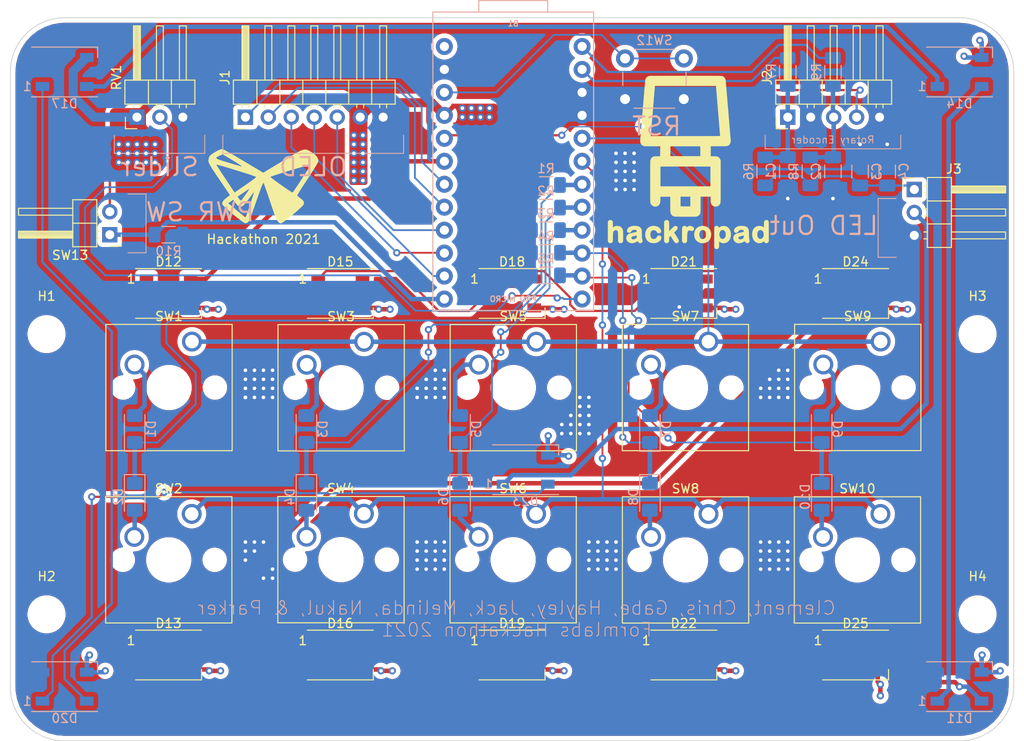
<source format=kicad_pcb>
(kicad_pcb (version 20171130) (host pcbnew "(5.1.8)-1")
  (layers (0 Front signal) (1 In1.Cu signal) (2 In2.Cu signal) (31 Back signal) (34 B.Paste user) (35 F.Paste user) (36 B.SilkS user) (37 F.SilkS user) (38 B.Mask user) (39 F.Mask user) (44 Edge.Cuts user))
  (net 0 "")
  (net 1 GND)
  (net 2 +5V)
  (net 3 "Net-(D12-Pad1)")
  (net 4 "Net-(B1-Pad24)")
  (net 5 "Net-(B1-Pad22)")
  (net 6 /RGB_D_OUT)
  (net 7 /OLED_CS)
  (net 8 /OLED_DC)
  (net 9 /OLED_SCL)
  (net 10 /OLED_RES)
  (net 11 /OLED_SDA)
  (net 12 "Net-(B1-Pad13)")
  (net 13 /SLIDER_OUT)
  (net 14 /Col5)
  (net 15 /Col4)
  (net 16 /Col3)
  (net 17 /Col2)
  (net 18 /Col1)
  (net 19 /Row2)
  (net 20 /Row1)
  (net 21 "Net-(B1-Pad2)")
  (net 22 "Net-(B1-Pad1)")
  (net 23 "Net-(D1-Pad2)")
  (net 24 "Net-(D2-Pad2)")
  (net 25 "Net-(D3-Pad2)")
  (net 26 "Net-(D4-Pad2)")
  (net 27 "Net-(D5-Pad2)")
  (net 28 "Net-(D6-Pad2)")
  (net 29 "Net-(D7-Pad2)")
  (net 30 "Net-(D8-Pad2)")
  (net 31 "Net-(D9-Pad2)")
  (net 32 "Net-(D10-Pad2)")
  (net 33 "Net-(D13-Pad1)")
  (net 34 "Net-(D13-Pad4)")
  (net 35 "Net-(D15-Pad1)")
  (net 36 "Net-(D16-Pad1)")
  (net 37 "Net-(D18-Pad1)")
  (net 38 "Net-(D19-Pad1)")
  (net 39 "Net-(D21-Pad1)")
  (net 40 "Net-(D22-Pad1)")
  (net 41 /RS1)
  (net 42 /RA)
  (net 43 /RC)
  (net 44 "Net-(D11-Pad1)")
  (net 45 "Net-(D11-Pad4)")
  (net 46 "Net-(D14-Pad1)")
  (net 47 "Net-(D17-Pad1)")
  (net 48 "Net-(D20-Pad1)")
  (net 49 "Net-(D23-Pad1)")
  (module inkkeys:formlabslogo (layer Front) (at 125 78.5)
    (fp_text reference G*** hide)
    (fp_text value LOGO hide)
  )
  (module Button_Switch_THT:SW_PUSH_6mm_H5mm (layer Back) (at 171.5 64.5 180)
    (fp_text reference SW12 (at 3.25 2) (layer B.SilkS) (effects (justify mirror)))
    (fp_text value SW_Push)
    (pad 1 thru_hole circle (at 6.5 0 90) (size 2 2) (drill 1.1) (layers *.Cu *.Mask) (net 5 "Net-(B1-Pad22)"))
    (pad 2 thru_hole circle (at 6.5 -4.5 90) (size 2 2) (drill 1.1) (layers *.Cu *.Mask) (net 1 GND))
    (pad 1 thru_hole circle (at 0 0 90) (size 2 2) (drill 1.1) (layers *.Cu *.Mask) (net 5 "Net-(B1-Pad22)"))
    (pad 2 thru_hole circle (at 0 -4.5 90) (size 2 2) (drill 1.1) (layers *.Cu *.Mask) (net 1 GND))
  )
  (module inkkeys:hackropad (layer Front) (at 172 76)
    (fp_text reference G*** hide)
    (fp_text value LOGO hide)
  )
  (module Capacitor_SMD:C_1206_3216Metric_Pad1.33x1.80mm_HandSolder (layer Back) (at 188 77 270)
    (fp_text reference C2 (at 0 1.85 90) (layer B.SilkS) (effects (justify mirror)))
    (fp_text value 10n)
    (pad 2 smd roundrect (at 1.5625 0 270) (size 1.325 1.8) (layers Back B.Paste B.Mask) (roundrect_rratio 0.1886784905660377) (net 1 GND))
    (pad 1 smd roundrect (at -1.5625 0 270) (size 1.325 1.8) (layers Back B.Paste B.Mask) (roundrect_rratio 0.1886784905660377) (net 43 /RC))
  )
  (module Capacitor_SMD:C_1206_3216Metric_Pad1.33x1.80mm_HandSolder (layer Back) (at 183 77 270)
    (fp_text reference C1 (at 0 1.85 90) (layer B.SilkS) (effects (justify mirror)))
    (fp_text value 10n)
    (pad 2 smd roundrect (at 1.5625 0 270) (size 1.325 1.8) (layers Back B.Paste B.Mask) (roundrect_rratio 0.1886784905660377) (net 1 GND))
    (pad 1 smd roundrect (at -1.5625 0 270) (size 1.325 1.8) (layers Back B.Paste B.Mask) (roundrect_rratio 0.1886784905660377) (net 42 /RA))
  )
  (module LED_SMD:LED_WS2812B_PLCC4_5.0x5.0mm_P3.2mm (layer Back) (at 154 110)
    (fp_text reference D23 (at 0 3.5) (layer B.SilkS) (effects (justify mirror)))
    (fp_text value WS2812B)
    (fp_text user 1 (at -4.15 1.6) (layer B.SilkS) (effects (justify mirror)))
    (pad 1 smd rect (at -2.45 1.6) (size 1.5 1) (layers Back B.Paste B.Mask) (net 49 "Net-(D23-Pad1)"))
    (pad 2 smd rect (at -2.45 -1.6) (size 1.5 1) (layers Back B.Paste B.Mask) (net 1 GND))
    (pad 4 smd rect (at 2.45 1.6) (size 1.5 1) (layers Back B.Paste B.Mask) (net 48 "Net-(D20-Pad1)"))
    (pad 3 smd rect (at 2.45 -1.6) (size 1.5 1) (layers Back B.Paste B.Mask) (net 2 +5V))
  )
  (module LED_SMD:LED_WS2812B_PLCC4_5.0x5.0mm_P3.2mm (layer Back) (at 103 134)
    (fp_text reference D20 (at 0 3.5) (layer B.SilkS) (effects (justify mirror)))
    (fp_text value WS2812B)
    (fp_text user 1 (at -4.15 1.6) (layer B.SilkS) (effects (justify mirror)))
    (pad 1 smd rect (at -2.45 1.6) (size 1.5 1) (layers Back B.Paste B.Mask) (net 48 "Net-(D20-Pad1)"))
    (pad 2 smd rect (at -2.45 -1.6) (size 1.5 1) (layers Back B.Paste B.Mask) (net 1 GND))
    (pad 4 smd rect (at 2.45 1.6) (size 1.5 1) (layers Back B.Paste B.Mask) (net 47 "Net-(D17-Pad1)"))
    (pad 3 smd rect (at 2.45 -1.6) (size 1.5 1) (layers Back B.Paste B.Mask) (net 2 +5V))
  )
  (module LED_SMD:LED_WS2812B_PLCC4_5.0x5.0mm_P3.2mm (layer Back) (at 103 66)
    (fp_text reference D17 (at 0 3.5) (layer B.SilkS) (effects (justify mirror)))
    (fp_text value WS2812B)
    (fp_text user 1 (at -4.15 1.6) (layer B.SilkS) (effects (justify mirror)))
    (pad 1 smd rect (at -2.45 1.6) (size 1.5 1) (layers Back B.Paste B.Mask) (net 47 "Net-(D17-Pad1)"))
    (pad 2 smd rect (at -2.45 -1.6) (size 1.5 1) (layers Back B.Paste B.Mask) (net 1 GND))
    (pad 4 smd rect (at 2.45 1.6) (size 1.5 1) (layers Back B.Paste B.Mask) (net 46 "Net-(D14-Pad1)"))
    (pad 3 smd rect (at 2.45 -1.6) (size 1.5 1) (layers Back B.Paste B.Mask) (net 2 +5V))
  )
  (module LED_SMD:LED_WS2812B_PLCC4_5.0x5.0mm_P3.2mm (layer Back) (at 202 66)
    (fp_text reference D14 (at 0 3.5) (layer B.SilkS) (effects (justify mirror)))
    (fp_text value WS2812B)
    (fp_text user 1 (at -4.15 1.6) (layer B.SilkS) (effects (justify mirror)))
    (pad 1 smd rect (at -2.45 1.6) (size 1.5 1) (layers Back B.Paste B.Mask) (net 46 "Net-(D14-Pad1)"))
    (pad 2 smd rect (at -2.45 -1.6) (size 1.5 1) (layers Back B.Paste B.Mask) (net 1 GND))
    (pad 4 smd rect (at 2.45 1.6) (size 1.5 1) (layers Back B.Paste B.Mask) (net 44 "Net-(D11-Pad1)"))
    (pad 3 smd rect (at 2.45 -1.6) (size 1.5 1) (layers Back B.Paste B.Mask) (net 2 +5V))
  )
  (module LED_SMD:LED_WS2812B_PLCC4_5.0x5.0mm_P3.2mm (layer Back) (at 202 134)
    (fp_text reference D11 (at 0 3.5) (layer B.SilkS) (effects (justify mirror)))
    (fp_text value WS2812B)
    (fp_text user 1 (at -4.15 1.6) (layer B.SilkS) (effects (justify mirror)))
    (pad 1 smd rect (at -2.45 1.6) (size 1.5 1) (layers Back B.Paste B.Mask) (net 44 "Net-(D11-Pad1)"))
    (pad 2 smd rect (at -2.45 -1.6) (size 1.5 1) (layers Back B.Paste B.Mask) (net 1 GND))
    (pad 4 smd rect (at 2.45 1.6) (size 1.5 1) (layers Back B.Paste B.Mask) (net 45 "Net-(D11-Pad4)"))
    (pad 3 smd rect (at 2.45 -1.6) (size 1.5 1) (layers Back B.Paste B.Mask) (net 2 +5V))
  )
  (module Connector_PinHeader_2.54mm:PinHeader_1x03_P2.54mm_Horizontal (layer Front) (at 197 79)
    (fp_text reference J3 (at 4.385 -2.27) (layer F.SilkS))
    (fp_text value Conn_01x03)
    (pad 3 thru_hole oval (at 0 5.08) (size 1.7 1.7) (drill 1) (layers *.Cu *.Mask) (net 1 GND))
    (pad 2 thru_hole oval (at 0 2.54) (size 1.7 1.7) (drill 1) (layers *.Cu *.Mask) (net 49 "Net-(D23-Pad1)"))
    (pad 1 thru_hole rect (at 0 0) (size 1.7 1.7) (drill 1) (layers *.Cu *.Mask) (net 2 +5V))
  )
  (module Connector_PinHeader_2.54mm:PinHeader_1x05_P2.54mm_Horizontal (layer Front) (at 183 71 90)
    (fp_text reference J2 (at 4.385 -2.27 90) (layer F.SilkS))
    (fp_text value Conn_01x05)
    (pad 5 thru_hole oval (at 0 10.16 90) (size 1.7 1.7) (drill 1) (layers *.Cu *.Mask) (net 1 GND))
    (pad 4 thru_hole oval (at 0 7.62 90) (size 1.7 1.7) (drill 1) (layers *.Cu *.Mask) (net 41 /RS1))
    (pad 3 thru_hole oval (at 0 5.08 90) (size 1.7 1.7) (drill 1) (layers *.Cu *.Mask) (net 43 /RC))
    (pad 2 thru_hole oval (at 0 2.54 90) (size 1.7 1.7) (drill 1) (layers *.Cu *.Mask) (net 1 GND))
    (pad 1 thru_hole rect (at 0 0 90) (size 1.7 1.7) (drill 1) (layers *.Cu *.Mask) (net 42 /RA))
  )
  (module MountingHole:MountingHole_3.2mm_M3 (layer Front) (at 204 126)
    (fp_text reference H4 (at 0 -4.2) (layer F.SilkS))
    (fp_text value MountingHole)
    (pad 1 np_thru_hole circle (at 0 0) (size 3.2 3.2) (drill 3.2) (layers *.Cu *.Mask))
  )
  (module MountingHole:MountingHole_3.2mm_M3 (layer Front) (at 204 95)
    (fp_text reference H3 (at 0 -4.2) (layer F.SilkS))
    (fp_text value MountingHole)
    (pad 1 np_thru_hole circle (at 0 0) (size 3.2 3.2) (drill 3.2) (layers *.Cu *.Mask))
  )
  (module MountingHole:MountingHole_3.2mm_M3 (layer Front) (at 101 126)
    (fp_text reference H2 (at 0 -4.2) (layer F.SilkS))
    (fp_text value MountingHole)
    (pad 1 np_thru_hole circle (at 0 0) (size 3.2 3.2) (drill 3.2) (layers *.Cu *.Mask))
  )
  (module MountingHole:MountingHole_3.2mm_M3 (layer Front) (at 101 95)
    (fp_text reference H1 (at 0 -4.2) (layer F.SilkS))
    (fp_text value MountingHole)
    (pad 1 np_thru_hole circle (at 0 0) (size 3.2 3.2) (drill 3.2) (layers *.Cu *.Mask))
  )
  (module Connector_PinHeader_2.54mm:PinHeader_1x02_P2.54mm_Horizontal (layer Front) (at 108 84 180)
    (fp_text reference SW13 (at 4.385 -2.27) (layer F.SilkS))
    (fp_text value SW_DPST_x2)
    (pad 2 thru_hole oval (at 0 2.54 180) (size 1.7 1.7) (drill 1) (layers *.Cu *.Mask) (net 2 +5V))
    (pad 1 thru_hole rect (at 0 0 180) (size 1.7 1.7) (drill 1) (layers *.Cu *.Mask) (net 12 "Net-(B1-Pad13)"))
  )
  (module Button_Switch_Keyboard:SW_Cherry_MX_1.00u_PCB (layer Front) (at 193.25 114.9)
    (fp_text reference SW10 (at -2.54 -2.794) (layer F.SilkS))
    (fp_text value SW_Push)
    (pad "" np_thru_hole circle (at 2.54 5.08) (size 1.7 1.7) (drill 1.7) (layers *.Cu *.Mask))
    (pad "" np_thru_hole circle (at -7.62 5.08) (size 1.7 1.7) (drill 1.7) (layers *.Cu *.Mask))
    (pad "" np_thru_hole circle (at -2.54 5.08) (size 4 4) (drill 4) (layers *.Cu *.Mask))
    (pad 2 thru_hole circle (at -6.35 2.54) (size 2.2 2.2) (drill 1.5) (layers *.Cu *.Mask) (net 32 "Net-(D10-Pad2)"))
    (pad 1 thru_hole circle (at 0 0) (size 2.2 2.2) (drill 1.5) (layers *.Cu *.Mask) (net 19 /Row2))
  )
  (module Button_Switch_Keyboard:SW_Cherry_MX_1.00u_PCB (layer Front) (at 193.28 95.82)
    (fp_text reference SW9 (at -2.54 -2.794) (layer F.SilkS))
    (fp_text value SW_Push)
    (pad "" np_thru_hole circle (at 2.54 5.08) (size 1.7 1.7) (drill 1.7) (layers *.Cu *.Mask))
    (pad "" np_thru_hole circle (at -7.62 5.08) (size 1.7 1.7) (drill 1.7) (layers *.Cu *.Mask))
    (pad "" np_thru_hole circle (at -2.54 5.08) (size 4 4) (drill 4) (layers *.Cu *.Mask))
    (pad 2 thru_hole circle (at -6.35 2.54) (size 2.2 2.2) (drill 1.5) (layers *.Cu *.Mask) (net 31 "Net-(D9-Pad2)"))
    (pad 1 thru_hole circle (at 0 0) (size 2.2 2.2) (drill 1.5) (layers *.Cu *.Mask) (net 20 /Row1))
  )
  (module Button_Switch_Keyboard:SW_Cherry_MX_1.00u_PCB (layer Front) (at 174.23 114.9)
    (fp_text reference SW8 (at -2.54 -2.794) (layer F.SilkS))
    (fp_text value SW_Push)
    (pad "" np_thru_hole circle (at 2.54 5.08) (size 1.7 1.7) (drill 1.7) (layers *.Cu *.Mask))
    (pad "" np_thru_hole circle (at -7.62 5.08) (size 1.7 1.7) (drill 1.7) (layers *.Cu *.Mask))
    (pad "" np_thru_hole circle (at -2.54 5.08) (size 4 4) (drill 4) (layers *.Cu *.Mask))
    (pad 2 thru_hole circle (at -6.35 2.54) (size 2.2 2.2) (drill 1.5) (layers *.Cu *.Mask) (net 30 "Net-(D8-Pad2)"))
    (pad 1 thru_hole circle (at 0 0) (size 2.2 2.2) (drill 1.5) (layers *.Cu *.Mask) (net 19 /Row2))
  )
  (module Button_Switch_Keyboard:SW_Cherry_MX_1.00u_PCB (layer Front) (at 174.22 95.83)
    (fp_text reference SW7 (at -2.54 -2.794) (layer F.SilkS))
    (fp_text value SW_Push)
    (pad "" np_thru_hole circle (at 2.54 5.08) (size 1.7 1.7) (drill 1.7) (layers *.Cu *.Mask))
    (pad "" np_thru_hole circle (at -7.62 5.08) (size 1.7 1.7) (drill 1.7) (layers *.Cu *.Mask))
    (pad "" np_thru_hole circle (at -2.54 5.08) (size 4 4) (drill 4) (layers *.Cu *.Mask))
    (pad 2 thru_hole circle (at -6.35 2.54) (size 2.2 2.2) (drill 1.5) (layers *.Cu *.Mask) (net 29 "Net-(D7-Pad2)"))
    (pad 1 thru_hole circle (at 0 0) (size 2.2 2.2) (drill 1.5) (layers *.Cu *.Mask) (net 20 /Row1))
  )
  (module Button_Switch_Keyboard:SW_Cherry_MX_1.00u_PCB (layer Front) (at 155.16 114.88)
    (fp_text reference SW6 (at -2.54 -2.794) (layer F.SilkS))
    (fp_text value SW_Push)
    (pad "" np_thru_hole circle (at 2.54 5.08) (size 1.7 1.7) (drill 1.7) (layers *.Cu *.Mask))
    (pad "" np_thru_hole circle (at -7.62 5.08) (size 1.7 1.7) (drill 1.7) (layers *.Cu *.Mask))
    (pad "" np_thru_hole circle (at -2.54 5.08) (size 4 4) (drill 4) (layers *.Cu *.Mask))
    (pad 2 thru_hole circle (at -6.35 2.54) (size 2.2 2.2) (drill 1.5) (layers *.Cu *.Mask) (net 28 "Net-(D6-Pad2)"))
    (pad 1 thru_hole circle (at 0 0) (size 2.2 2.2) (drill 1.5) (layers *.Cu *.Mask) (net 19 /Row2))
  )
  (module Button_Switch_Keyboard:SW_Cherry_MX_1.00u_PCB (layer Front) (at 155.18 95.84)
    (fp_text reference SW5 (at -2.54 -2.794) (layer F.SilkS))
    (fp_text value SW_Push)
    (pad "" np_thru_hole circle (at 2.54 5.08) (size 1.7 1.7) (drill 1.7) (layers *.Cu *.Mask))
    (pad "" np_thru_hole circle (at -7.62 5.08) (size 1.7 1.7) (drill 1.7) (layers *.Cu *.Mask))
    (pad "" np_thru_hole circle (at -2.54 5.08) (size 4 4) (drill 4) (layers *.Cu *.Mask))
    (pad 2 thru_hole circle (at -6.35 2.54) (size 2.2 2.2) (drill 1.5) (layers *.Cu *.Mask) (net 27 "Net-(D5-Pad2)"))
    (pad 1 thru_hole circle (at 0 0) (size 2.2 2.2) (drill 1.5) (layers *.Cu *.Mask) (net 20 /Row1))
  )
  (module Button_Switch_Keyboard:SW_Cherry_MX_1.00u_PCB (layer Front) (at 136.11 114.87)
    (fp_text reference SW4 (at -2.54 -2.794) (layer F.SilkS))
    (fp_text value SW_Push)
    (pad "" np_thru_hole circle (at 2.54 5.08) (size 1.7 1.7) (drill 1.7) (layers *.Cu *.Mask))
    (pad "" np_thru_hole circle (at -7.62 5.08) (size 1.7 1.7) (drill 1.7) (layers *.Cu *.Mask))
    (pad "" np_thru_hole circle (at -2.54 5.08) (size 4 4) (drill 4) (layers *.Cu *.Mask))
    (pad 2 thru_hole circle (at -6.35 2.54) (size 2.2 2.2) (drill 1.5) (layers *.Cu *.Mask) (net 26 "Net-(D4-Pad2)"))
    (pad 1 thru_hole circle (at 0 0) (size 2.2 2.2) (drill 1.5) (layers *.Cu *.Mask) (net 19 /Row2))
  )
  (module Button_Switch_Keyboard:SW_Cherry_MX_1.00u_PCB (layer Front) (at 136.13 95.85)
    (fp_text reference SW3 (at -2.54 -2.794) (layer F.SilkS))
    (fp_text value SW_Push)
    (pad "" np_thru_hole circle (at 2.54 5.08) (size 1.7 1.7) (drill 1.7) (layers *.Cu *.Mask))
    (pad "" np_thru_hole circle (at -7.62 5.08) (size 1.7 1.7) (drill 1.7) (layers *.Cu *.Mask))
    (pad "" np_thru_hole circle (at -2.54 5.08) (size 4 4) (drill 4) (layers *.Cu *.Mask))
    (pad 2 thru_hole circle (at -6.35 2.54) (size 2.2 2.2) (drill 1.5) (layers *.Cu *.Mask) (net 25 "Net-(D3-Pad2)"))
    (pad 1 thru_hole circle (at 0 0) (size 2.2 2.2) (drill 1.5) (layers *.Cu *.Mask) (net 20 /Row1))
  )
  (module Button_Switch_Keyboard:SW_Cherry_MX_1.00u_PCB (layer Front) (at 117.06 114.89)
    (fp_text reference SW2 (at -2.54 -2.794) (layer F.SilkS))
    (fp_text value SW_Push)
    (pad "" np_thru_hole circle (at 2.54 5.08) (size 1.7 1.7) (drill 1.7) (layers *.Cu *.Mask))
    (pad "" np_thru_hole circle (at -7.62 5.08) (size 1.7 1.7) (drill 1.7) (layers *.Cu *.Mask))
    (pad "" np_thru_hole circle (at -2.54 5.08) (size 4 4) (drill 4) (layers *.Cu *.Mask))
    (pad 2 thru_hole circle (at -6.35 2.54) (size 2.2 2.2) (drill 1.5) (layers *.Cu *.Mask) (net 24 "Net-(D2-Pad2)"))
    (pad 1 thru_hole circle (at 0 0) (size 2.2 2.2) (drill 1.5) (layers *.Cu *.Mask) (net 19 /Row2))
  )
  (module Button_Switch_Keyboard:SW_Cherry_MX_1.00u_PCB (layer Front) (at 117.09 95.83)
    (fp_text reference SW1 (at -2.54 -2.794) (layer F.SilkS))
    (fp_text value SW_Push)
    (pad "" np_thru_hole circle (at 2.54 5.08) (size 1.7 1.7) (drill 1.7) (layers *.Cu *.Mask))
    (pad "" np_thru_hole circle (at -7.62 5.08) (size 1.7 1.7) (drill 1.7) (layers *.Cu *.Mask))
    (pad "" np_thru_hole circle (at -2.54 5.08) (size 4 4) (drill 4) (layers *.Cu *.Mask))
    (pad 2 thru_hole circle (at -6.35 2.54) (size 2.2 2.2) (drill 1.5) (layers *.Cu *.Mask) (net 23 "Net-(D1-Pad2)"))
    (pad 1 thru_hole circle (at 0 0) (size 2.2 2.2) (drill 1.5) (layers *.Cu *.Mask) (net 20 /Row1))
  )
  (module Connector_PinHeader_2.54mm:PinHeader_1x03_P2.54mm_Horizontal (layer Front) (at 111 71 90)
    (fp_text reference RV1 (at 4.385 -2.27 90) (layer F.SilkS))
    (fp_text value R_POT)
    (pad 3 thru_hole oval (at 0 5.08 90) (size 1.7 1.7) (drill 1) (layers *.Cu *.Mask) (net 1 GND))
    (pad 2 thru_hole oval (at 0 2.54 90) (size 1.7 1.7) (drill 1) (layers *.Cu *.Mask) (net 13 /SLIDER_OUT))
    (pad 1 thru_hole rect (at 0 0 90) (size 1.7 1.7) (drill 1) (layers *.Cu *.Mask) (net 2 +5V))
  )
  (module Resistor_SMD:R_1206_3216Metric_Pad1.30x1.75mm_HandSolder (layer Back) (at 114.5 84)
    (fp_text reference R10 (at 0 1.82) (layer B.SilkS) (effects (justify mirror)))
    (fp_text value 10k)
    (pad 2 smd roundrect (at 1.55 0) (size 1.3 1.75) (layers Back B.Paste B.Mask) (roundrect_rratio 0.1923076923076923) (net 1 GND))
    (pad 1 smd roundrect (at -1.55 0) (size 1.3 1.75) (layers Back B.Paste B.Mask) (roundrect_rratio 0.1923076923076923) (net 12 "Net-(B1-Pad13)"))
  )
  (module Resistor_SMD:R_1206_3216Metric_Pad1.30x1.75mm_HandSolder (layer Back) (at 188 66 270)
    (fp_text reference R9 (at 0 1.82 90) (layer B.SilkS) (effects (justify mirror)))
    (fp_text value 10k)
    (pad 2 smd roundrect (at 1.55 0 270) (size 1.3 1.75) (layers Back B.Paste B.Mask) (roundrect_rratio 0.1923076923076923) (net 43 /RC))
    (pad 1 smd roundrect (at -1.55 0 270) (size 1.3 1.75) (layers Back B.Paste B.Mask) (roundrect_rratio 0.1923076923076923) (net 22 "Net-(B1-Pad1)"))
  )
  (module Resistor_SMD:R_1206_3216Metric_Pad1.30x1.75mm_HandSolder (layer Back) (at 185.5 77 270)
    (fp_text reference R8 (at 0 1.82 90) (layer B.SilkS) (effects (justify mirror)))
    (fp_text value 10k)
    (pad 2 smd roundrect (at 1.55 0 270) (size 1.3 1.75) (layers Back B.Paste B.Mask) (roundrect_rratio 0.1923076923076923) (net 2 +5V))
    (pad 1 smd roundrect (at -1.55 0 270) (size 1.3 1.75) (layers Back B.Paste B.Mask) (roundrect_rratio 0.1923076923076923) (net 43 /RC))
  )
  (module Resistor_SMD:R_1206_3216Metric_Pad1.30x1.75mm_HandSolder (layer Back) (at 183 66 270)
    (fp_text reference R7 (at 0 1.82 90) (layer B.SilkS) (effects (justify mirror)))
    (fp_text value 10k)
    (pad 2 smd roundrect (at 1.55 0 270) (size 1.3 1.75) (layers Back B.Paste B.Mask) (roundrect_rratio 0.1923076923076923) (net 42 /RA))
    (pad 1 smd roundrect (at -1.55 0 270) (size 1.3 1.75) (layers Back B.Paste B.Mask) (roundrect_rratio 0.1923076923076923) (net 21 "Net-(B1-Pad2)"))
  )
  (module Resistor_SMD:R_1206_3216Metric_Pad1.30x1.75mm_HandSolder (layer Back) (at 180.5 77 270)
    (fp_text reference R6 (at 0 1.82 90) (layer B.SilkS) (effects (justify mirror)))
    (fp_text value 10k)
    (pad 2 smd roundrect (at 1.55 0 270) (size 1.3 1.75) (layers Back B.Paste B.Mask) (roundrect_rratio 0.1923076923076923) (net 2 +5V))
    (pad 1 smd roundrect (at -1.55 0 270) (size 1.3 1.75) (layers Back B.Paste B.Mask) (roundrect_rratio 0.1923076923076923) (net 42 /RA))
  )
  (module Resistor_SMD:R_1206_3216Metric_Pad1.30x1.75mm_HandSolder (layer Back) (at 156.25 88.5 180)
    (fp_text reference R5 (at 0 1.82) (layer B.SilkS) (effects (justify mirror)))
    (fp_text value 10k)
    (pad 2 smd roundrect (at 1.55 0 180) (size 1.3 1.75) (layers Back B.Paste B.Mask) (roundrect_rratio 0.1923076923076923) (net 1 GND))
    (pad 1 smd roundrect (at -1.55 0 180) (size 1.3 1.75) (layers Back B.Paste B.Mask) (roundrect_rratio 0.1923076923076923) (net 14 /Col5))
  )
  (module Resistor_SMD:R_1206_3216Metric_Pad1.30x1.75mm_HandSolder (layer Back) (at 156.25 86 180)
    (fp_text reference R4 (at 0 1.82) (layer B.SilkS) (effects (justify mirror)))
    (fp_text value 10k)
    (pad 2 smd roundrect (at 1.55 0 180) (size 1.3 1.75) (layers Back B.Paste B.Mask) (roundrect_rratio 0.1923076923076923) (net 1 GND))
    (pad 1 smd roundrect (at -1.55 0 180) (size 1.3 1.75) (layers Back B.Paste B.Mask) (roundrect_rratio 0.1923076923076923) (net 15 /Col4))
  )
  (module Resistor_SMD:R_1206_3216Metric_Pad1.30x1.75mm_HandSolder (layer Back) (at 156.25 83.5 180)
    (fp_text reference R3 (at 0 1.82) (layer B.SilkS) (effects (justify mirror)))
    (fp_text value 10k)
    (pad 2 smd roundrect (at 1.55 0 180) (size 1.3 1.75) (layers Back B.Paste B.Mask) (roundrect_rratio 0.1923076923076923) (net 1 GND))
    (pad 1 smd roundrect (at -1.55 0 180) (size 1.3 1.75) (layers Back B.Paste B.Mask) (roundrect_rratio 0.1923076923076923) (net 16 /Col3))
  )
  (module Resistor_SMD:R_1206_3216Metric_Pad1.30x1.75mm_HandSolder (layer Back) (at 156.25 81 180)
    (fp_text reference R2 (at 0 1.82) (layer B.SilkS) (effects (justify mirror)))
    (fp_text value 10k)
    (pad 2 smd roundrect (at 1.55 0 180) (size 1.3 1.75) (layers Back B.Paste B.Mask) (roundrect_rratio 0.1923076923076923) (net 1 GND))
    (pad 1 smd roundrect (at -1.55 0 180) (size 1.3 1.75) (layers Back B.Paste B.Mask) (roundrect_rratio 0.1923076923076923) (net 17 /Col2))
  )
  (module Resistor_SMD:R_1206_3216Metric_Pad1.30x1.75mm_HandSolder (layer Back) (at 156.25 78.5 180)
    (fp_text reference R1 (at 0 1.82) (layer B.SilkS) (effects (justify mirror)))
    (fp_text value 10k)
    (pad 2 smd roundrect (at 1.55 0 180) (size 1.3 1.75) (layers Back B.Paste B.Mask) (roundrect_rratio 0.1923076923076923) (net 1 GND))
    (pad 1 smd roundrect (at -1.55 0 180) (size 1.3 1.75) (layers Back B.Paste B.Mask) (roundrect_rratio 0.1923076923076923) (net 18 /Col1))
  )
  (module Connector_PinHeader_2.54mm:PinHeader_1x07_P2.54mm_Horizontal (layer Front) (at 123 71 90)
    (fp_text reference J1 (at 4.385 -2.27 90) (layer F.SilkS))
    (fp_text value Conn_01x07)
    (pad 7 thru_hole oval (at 0 15.24 90) (size 1.7 1.7) (drill 1) (layers *.Cu *.Mask) (net 1 GND))
    (pad 6 thru_hole oval (at 0 12.7 90) (size 1.7 1.7) (drill 1) (layers *.Cu *.Mask) (net 2 +5V))
    (pad 5 thru_hole oval (at 0 10.16 90) (size 1.7 1.7) (drill 1) (layers *.Cu *.Mask) (net 9 /OLED_SCL))
    (pad 4 thru_hole oval (at 0 7.62 90) (size 1.7 1.7) (drill 1) (layers *.Cu *.Mask) (net 11 /OLED_SDA))
    (pad 3 thru_hole oval (at 0 5.08 90) (size 1.7 1.7) (drill 1) (layers *.Cu *.Mask) (net 10 /OLED_RES))
    (pad 2 thru_hole oval (at 0 2.54 90) (size 1.7 1.7) (drill 1) (layers *.Cu *.Mask) (net 8 /OLED_DC))
    (pad 1 thru_hole rect (at 0 0 90) (size 1.7 1.7) (drill 1) (layers *.Cu *.Mask) (net 7 /OLED_CS))
  )
  (module LED_SMD:LED_WS2812B_PLCC4_5.0x5.0mm_P3.2mm (layer Front) (at 190.5 130.5)
    (fp_text reference D25 (at 0 -3.5) (layer F.SilkS))
    (fp_text value WS2812B)
    (fp_text user 1 (at -4.15 -1.6) (layer F.SilkS))
    (pad 1 smd rect (at -2.45 -1.6) (size 1.5 1) (layers Front F.Paste F.Mask) (net 45 "Net-(D11-Pad4)"))
    (pad 2 smd rect (at -2.45 1.6) (size 1.5 1) (layers Front F.Paste F.Mask) (net 1 GND))
    (pad 4 smd rect (at 2.45 -1.6) (size 1.5 1) (layers Front F.Paste F.Mask) (net 40 "Net-(D22-Pad1)"))
    (pad 3 smd rect (at 2.45 1.6) (size 1.5 1) (layers Front F.Paste F.Mask) (net 2 +5V))
  )
  (module LED_SMD:LED_WS2812B_PLCC4_5.0x5.0mm_P3.2mm (layer Front) (at 190.5 90.5)
    (fp_text reference D24 (at 0 -3.5) (layer F.SilkS))
    (fp_text value WS2812B)
    (fp_text user 1 (at -4.15 -1.6) (layer F.SilkS))
    (pad 1 smd rect (at -2.45 -1.6) (size 1.5 1) (layers Front F.Paste F.Mask) (net 34 "Net-(D13-Pad4)"))
    (pad 2 smd rect (at -2.45 1.6) (size 1.5 1) (layers Front F.Paste F.Mask) (net 1 GND))
    (pad 4 smd rect (at 2.45 -1.6) (size 1.5 1) (layers Front F.Paste F.Mask) (net 39 "Net-(D21-Pad1)"))
    (pad 3 smd rect (at 2.45 1.6) (size 1.5 1) (layers Front F.Paste F.Mask) (net 2 +5V))
  )
  (module LED_SMD:LED_WS2812B_PLCC4_5.0x5.0mm_P3.2mm (layer Front) (at 171.5 130.5)
    (fp_text reference D22 (at 0 -3.5) (layer F.SilkS))
    (fp_text value WS2812B)
    (fp_text user 1 (at -4.15 -1.6) (layer F.SilkS))
    (pad 1 smd rect (at -2.45 -1.6) (size 1.5 1) (layers Front F.Paste F.Mask) (net 40 "Net-(D22-Pad1)"))
    (pad 2 smd rect (at -2.45 1.6) (size 1.5 1) (layers Front F.Paste F.Mask) (net 1 GND))
    (pad 4 smd rect (at 2.45 -1.6) (size 1.5 1) (layers Front F.Paste F.Mask) (net 38 "Net-(D19-Pad1)"))
    (pad 3 smd rect (at 2.45 1.6) (size 1.5 1) (layers Front F.Paste F.Mask) (net 2 +5V))
  )
  (module LED_SMD:LED_WS2812B_PLCC4_5.0x5.0mm_P3.2mm (layer Front) (at 171.5 90.5)
    (fp_text reference D21 (at 0 -3.5) (layer F.SilkS))
    (fp_text value WS2812B)
    (fp_text user 1 (at -4.15 -1.6) (layer F.SilkS))
    (pad 1 smd rect (at -2.45 -1.6) (size 1.5 1) (layers Front F.Paste F.Mask) (net 39 "Net-(D21-Pad1)"))
    (pad 2 smd rect (at -2.45 1.6) (size 1.5 1) (layers Front F.Paste F.Mask) (net 1 GND))
    (pad 4 smd rect (at 2.45 -1.6) (size 1.5 1) (layers Front F.Paste F.Mask) (net 37 "Net-(D18-Pad1)"))
    (pad 3 smd rect (at 2.45 1.6) (size 1.5 1) (layers Front F.Paste F.Mask) (net 2 +5V))
  )
  (module LED_SMD:LED_WS2812B_PLCC4_5.0x5.0mm_P3.2mm (layer Front) (at 152.5 130.5)
    (fp_text reference D19 (at 0 -3.5) (layer F.SilkS))
    (fp_text value WS2812B)
    (fp_text user 1 (at -4.15 -1.6) (layer F.SilkS))
    (pad 1 smd rect (at -2.45 -1.6) (size 1.5 1) (layers Front F.Paste F.Mask) (net 38 "Net-(D19-Pad1)"))
    (pad 2 smd rect (at -2.45 1.6) (size 1.5 1) (layers Front F.Paste F.Mask) (net 1 GND))
    (pad 4 smd rect (at 2.45 -1.6) (size 1.5 1) (layers Front F.Paste F.Mask) (net 36 "Net-(D16-Pad1)"))
    (pad 3 smd rect (at 2.45 1.6) (size 1.5 1) (layers Front F.Paste F.Mask) (net 2 +5V))
  )
  (module LED_SMD:LED_WS2812B_PLCC4_5.0x5.0mm_P3.2mm (layer Front) (at 152.5 90.5)
    (fp_text reference D18 (at 0 -3.5) (layer F.SilkS))
    (fp_text value WS2812B)
    (fp_text user 1 (at -4.15 -1.6) (layer F.SilkS))
    (pad 1 smd rect (at -2.45 -1.6) (size 1.5 1) (layers Front F.Paste F.Mask) (net 37 "Net-(D18-Pad1)"))
    (pad 2 smd rect (at -2.45 1.6) (size 1.5 1) (layers Front F.Paste F.Mask) (net 1 GND))
    (pad 4 smd rect (at 2.45 -1.6) (size 1.5 1) (layers Front F.Paste F.Mask) (net 35 "Net-(D15-Pad1)"))
    (pad 3 smd rect (at 2.45 1.6) (size 1.5 1) (layers Front F.Paste F.Mask) (net 2 +5V))
  )
  (module LED_SMD:LED_WS2812B_PLCC4_5.0x5.0mm_P3.2mm (layer Front) (at 133.5 130.5)
    (fp_text reference D16 (at 0 -3.5) (layer F.SilkS))
    (fp_text value WS2812B)
    (fp_text user 1 (at -4.15 -1.6) (layer F.SilkS))
    (pad 1 smd rect (at -2.45 -1.6) (size 1.5 1) (layers Front F.Paste F.Mask) (net 36 "Net-(D16-Pad1)"))
    (pad 2 smd rect (at -2.45 1.6) (size 1.5 1) (layers Front F.Paste F.Mask) (net 1 GND))
    (pad 4 smd rect (at 2.45 -1.6) (size 1.5 1) (layers Front F.Paste F.Mask) (net 33 "Net-(D13-Pad1)"))
    (pad 3 smd rect (at 2.45 1.6) (size 1.5 1) (layers Front F.Paste F.Mask) (net 2 +5V))
  )
  (module LED_SMD:LED_WS2812B_PLCC4_5.0x5.0mm_P3.2mm (layer Front) (at 133.5 90.5)
    (fp_text reference D15 (at 0 -3.5) (layer F.SilkS))
    (fp_text value WS2812B)
    (fp_text user 1 (at -4.15 -1.6) (layer F.SilkS))
    (pad 1 smd rect (at -2.45 -1.6) (size 1.5 1) (layers Front F.Paste F.Mask) (net 35 "Net-(D15-Pad1)"))
    (pad 2 smd rect (at -2.45 1.6) (size 1.5 1) (layers Front F.Paste F.Mask) (net 1 GND))
    (pad 4 smd rect (at 2.45 -1.6) (size 1.5 1) (layers Front F.Paste F.Mask) (net 3 "Net-(D12-Pad1)"))
    (pad 3 smd rect (at 2.45 1.6) (size 1.5 1) (layers Front F.Paste F.Mask) (net 2 +5V))
  )
  (module LED_SMD:LED_WS2812B_PLCC4_5.0x5.0mm_P3.2mm (layer Front) (at 114.5 130.5)
    (fp_text reference D13 (at 0 -3.5) (layer F.SilkS))
    (fp_text value WS2812B)
    (fp_text user 1 (at -4.15 -1.6) (layer F.SilkS))
    (pad 1 smd rect (at -2.45 -1.6) (size 1.5 1) (layers Front F.Paste F.Mask) (net 33 "Net-(D13-Pad1)"))
    (pad 2 smd rect (at -2.45 1.6) (size 1.5 1) (layers Front F.Paste F.Mask) (net 1 GND))
    (pad 4 smd rect (at 2.45 -1.6) (size 1.5 1) (layers Front F.Paste F.Mask) (net 34 "Net-(D13-Pad4)"))
    (pad 3 smd rect (at 2.45 1.6) (size 1.5 1) (layers Front F.Paste F.Mask) (net 2 +5V))
  )
  (module LED_SMD:LED_WS2812B_PLCC4_5.0x5.0mm_P3.2mm (layer Front) (at 114.5 90.5)
    (fp_text reference D12 (at 0 -3.5) (layer F.SilkS))
    (fp_text value WS2812B)
    (fp_text user 1 (at -4.15 -1.6) (layer F.SilkS))
    (pad 1 smd rect (at -2.45 -1.6) (size 1.5 1) (layers Front F.Paste F.Mask) (net 3 "Net-(D12-Pad1)"))
    (pad 2 smd rect (at -2.45 1.6) (size 1.5 1) (layers Front F.Paste F.Mask) (net 1 GND))
    (pad 4 smd rect (at 2.45 -1.6) (size 1.5 1) (layers Front F.Paste F.Mask) (net 6 /RGB_D_OUT))
    (pad 3 smd rect (at 2.45 1.6) (size 1.5 1) (layers Front F.Paste F.Mask) (net 2 +5V))
  )
  (module Diode_SMD:D_1206_3216Metric_Pad1.42x1.75mm_HandSolder (layer Back) (at 186.75 113 270)
    (fp_text reference D10 (at 0 1.82 90) (layer B.SilkS) (effects (justify mirror)))
    (fp_text value D)
    (pad 2 smd roundrect (at 1.4875 0 270) (size 1.425 1.75) (layers Back B.Paste B.Mask) (roundrect_rratio 0.1754385964912281) (net 32 "Net-(D10-Pad2)"))
    (pad 1 smd roundrect (at -1.4875 0 270) (size 1.425 1.75) (layers Back B.Paste B.Mask) (roundrect_rratio 0.1754385964912281) (net 14 /Col5))
  )
  (module Diode_SMD:D_1206_3216Metric_Pad1.42x1.75mm_HandSolder (layer Back) (at 186.75 105.5 90)
    (fp_text reference D9 (at 0 1.82 90) (layer B.SilkS) (effects (justify mirror)))
    (fp_text value D)
    (pad 2 smd roundrect (at 1.4875 0 90) (size 1.425 1.75) (layers Back B.Paste B.Mask) (roundrect_rratio 0.1754385964912281) (net 31 "Net-(D9-Pad2)"))
    (pad 1 smd roundrect (at -1.4875 0 90) (size 1.425 1.75) (layers Back B.Paste B.Mask) (roundrect_rratio 0.1754385964912281) (net 14 /Col5))
  )
  (module Diode_SMD:D_1206_3216Metric_Pad1.42x1.75mm_HandSolder (layer Back) (at 167.75 113 270)
    (fp_text reference D8 (at 0 1.82 90) (layer B.SilkS) (effects (justify mirror)))
    (fp_text value D)
    (pad 2 smd roundrect (at 1.4875 0 270) (size 1.425 1.75) (layers Back B.Paste B.Mask) (roundrect_rratio 0.1754385964912281) (net 30 "Net-(D8-Pad2)"))
    (pad 1 smd roundrect (at -1.4875 0 270) (size 1.425 1.75) (layers Back B.Paste B.Mask) (roundrect_rratio 0.1754385964912281) (net 15 /Col4))
  )
  (module Diode_SMD:D_1206_3216Metric_Pad1.42x1.75mm_HandSolder (layer Back) (at 167.75 105.5 90)
    (fp_text reference D7 (at 0 1.82 90) (layer B.SilkS) (effects (justify mirror)))
    (fp_text value D)
    (pad 2 smd roundrect (at 1.4875 0 90) (size 1.425 1.75) (layers Back B.Paste B.Mask) (roundrect_rratio 0.1754385964912281) (net 29 "Net-(D7-Pad2)"))
    (pad 1 smd roundrect (at -1.4875 0 90) (size 1.425 1.75) (layers Back B.Paste B.Mask) (roundrect_rratio 0.1754385964912281) (net 15 /Col4))
  )
  (module Diode_SMD:D_1206_3216Metric_Pad1.42x1.75mm_HandSolder (layer Back) (at 146.75 113 270)
    (fp_text reference D6 (at 0 1.82 90) (layer B.SilkS) (effects (justify mirror)))
    (fp_text value D)
    (pad 2 smd roundrect (at 1.4875 0 270) (size 1.425 1.75) (layers Back B.Paste B.Mask) (roundrect_rratio 0.1754385964912281) (net 28 "Net-(D6-Pad2)"))
    (pad 1 smd roundrect (at -1.4875 0 270) (size 1.425 1.75) (layers Back B.Paste B.Mask) (roundrect_rratio 0.1754385964912281) (net 16 /Col3))
  )
  (module Diode_SMD:D_1206_3216Metric_Pad1.42x1.75mm_HandSolder (layer Back) (at 146.75 105.5 90)
    (fp_text reference D5 (at 0 1.82 90) (layer B.SilkS) (effects (justify mirror)))
    (fp_text value D)
    (pad 2 smd roundrect (at 1.4875 0 90) (size 1.425 1.75) (layers Back B.Paste B.Mask) (roundrect_rratio 0.1754385964912281) (net 27 "Net-(D5-Pad2)"))
    (pad 1 smd roundrect (at -1.4875 0 90) (size 1.425 1.75) (layers Back B.Paste B.Mask) (roundrect_rratio 0.1754385964912281) (net 16 /Col3))
  )
  (module Diode_SMD:D_1206_3216Metric_Pad1.42x1.75mm_HandSolder (layer Back) (at 129.75 113 270)
    (fp_text reference D4 (at 0 1.82 90) (layer B.SilkS) (effects (justify mirror)))
    (fp_text value D)
    (pad 2 smd roundrect (at 1.4875 0 270) (size 1.425 1.75) (layers Back B.Paste B.Mask) (roundrect_rratio 0.1754385964912281) (net 26 "Net-(D4-Pad2)"))
    (pad 1 smd roundrect (at -1.4875 0 270) (size 1.425 1.75) (layers Back B.Paste B.Mask) (roundrect_rratio 0.1754385964912281) (net 17 /Col2))
  )
  (module Diode_SMD:D_1206_3216Metric_Pad1.42x1.75mm_HandSolder (layer Back) (at 129.75 105.5 90)
    (fp_text reference D3 (at 0 1.82 90) (layer B.SilkS) (effects (justify mirror)))
    (fp_text value D)
    (pad 2 smd roundrect (at 1.4875 0 90) (size 1.425 1.75) (layers Back B.Paste B.Mask) (roundrect_rratio 0.1754385964912281) (net 25 "Net-(D3-Pad2)"))
    (pad 1 smd roundrect (at -1.4875 0 90) (size 1.425 1.75) (layers Back B.Paste B.Mask) (roundrect_rratio 0.1754385964912281) (net 17 /Col2))
  )
  (module Diode_SMD:D_1206_3216Metric_Pad1.42x1.75mm_HandSolder (layer Back) (at 110.75 113 270)
    (fp_text reference D2 (at 0 1.82 90) (layer B.SilkS) (effects (justify mirror)))
    (fp_text value D)
    (pad 2 smd roundrect (at 1.4875 0 270) (size 1.425 1.75) (layers Back B.Paste B.Mask) (roundrect_rratio 0.1754385964912281) (net 24 "Net-(D2-Pad2)"))
    (pad 1 smd roundrect (at -1.4875 0 270) (size 1.425 1.75) (layers Back B.Paste B.Mask) (roundrect_rratio 0.1754385964912281) (net 18 /Col1))
  )
  (module Diode_SMD:D_1206_3216Metric_Pad1.42x1.75mm_HandSolder (layer Back) (at 110.75 105.5 90)
    (fp_text reference D1 (at 0 1.82 90) (layer B.SilkS) (effects (justify mirror)))
    (fp_text value D)
    (pad 2 smd roundrect (at 1.4875 0 90) (size 1.425 1.75) (layers Back B.Paste B.Mask) (roundrect_rratio 0.1754385964912281) (net 23 "Net-(D1-Pad2)"))
    (pad 1 smd roundrect (at -1.4875 0 90) (size 1.425 1.75) (layers Back B.Paste B.Mask) (roundrect_rratio 0.1754385964912281) (net 18 /Col1))
  )
  (module Capacitor_SMD:C_1206_3216Metric_Pad1.33x1.80mm_HandSolder (layer Back) (at 194 77 90)
    (fp_text reference C4 (at 0 1.85 90) (layer B.SilkS) (effects (justify mirror)))
    (fp_text value 10uF)
    (pad 2 smd roundrect (at 1.5625 0 90) (size 1.325 1.8) (layers Back B.Paste B.Mask) (roundrect_rratio 0.1886784905660377) (net 1 GND))
    (pad 1 smd roundrect (at -1.5625 0 90) (size 1.325 1.8) (layers Back B.Paste B.Mask) (roundrect_rratio 0.1886784905660377) (net 2 +5V))
  )
  (module Capacitor_SMD:C_1206_3216Metric_Pad1.33x1.80mm_HandSolder (layer Back) (at 191 77 90)
    (fp_text reference C3 (at 0 1.85 90) (layer B.SilkS) (effects (justify mirror)))
    (fp_text value 10nF)
    (pad 2 smd roundrect (at 1.5625 0 90) (size 1.325 1.8) (layers Back B.Paste B.Mask) (roundrect_rratio 0.1886784905660377) (net 1 GND))
    (pad 1 smd roundrect (at -1.5625 0 90) (size 1.325 1.8) (layers Back B.Paste B.Mask) (roundrect_rratio 0.1886784905660377) (net 2 +5V))
  )
  (module inkkeys:SPARKFUN_PRO_MICRO (layer Back) (at 152.63 75.88 180)
    (fp_text reference B1 (at 0 15.24 180) (layer B.SilkS) (effects (font (size 0.6096 0.6096) (thickness 0.127)) (justify mirror)))
    (fp_text value "PRO MICRO" (at 0 -15.24 180) (layer B.SilkS) (effects (font (size 0.6096 0.6096) (thickness 0.127)) (justify mirror)))
    (pad 24 thru_hole circle (at 7.62 12.7 180) (size 1.8796 1.8796) (drill 1.016) (layers *.Cu *.Mask) (net 4 "Net-(B1-Pad24)"))
    (pad 23 thru_hole circle (at 7.62 10.16 180) (size 1.8796 1.8796) (drill 1.016) (layers *.Cu *.Mask) (net 1 GND))
    (pad 22 thru_hole circle (at 7.62 7.62 180) (size 1.8796 1.8796) (drill 1.016) (layers *.Cu *.Mask) (net 5 "Net-(B1-Pad22)"))
    (pad 21 thru_hole circle (at 7.62 5.08 180) (size 1.8796 1.8796) (drill 1.016) (layers *.Cu *.Mask) (net 2 +5V))
    (pad 20 thru_hole circle (at 7.62 2.54 180) (size 1.8796 1.8796) (drill 1.016) (layers *.Cu *.Mask) (net 41 /RS1))
    (pad 19 thru_hole circle (at 7.62 0 180) (size 1.8796 1.8796) (drill 1.016) (layers *.Cu *.Mask) (net 6 /RGB_D_OUT))
    (pad 18 thru_hole circle (at 7.62 -2.54 180) (size 1.8796 1.8796) (drill 1.016) (layers *.Cu *.Mask) (net 7 /OLED_CS))
    (pad 17 thru_hole circle (at 7.62 -5.08 180) (size 1.8796 1.8796) (drill 1.016) (layers *.Cu *.Mask) (net 8 /OLED_DC))
    (pad 16 thru_hole circle (at 7.62 -7.62 180) (size 1.8796 1.8796) (drill 1.016) (layers *.Cu *.Mask) (net 9 /OLED_SCL))
    (pad 15 thru_hole circle (at 7.62 -10.16 180) (size 1.8796 1.8796) (drill 1.016) (layers *.Cu *.Mask) (net 10 /OLED_RES))
    (pad 14 thru_hole circle (at 7.62 -12.7 180) (size 1.8796 1.8796) (drill 1.016) (layers *.Cu *.Mask) (net 11 /OLED_SDA))
    (pad 13 thru_hole circle (at 7.62 -15.24 180) (size 1.8796 1.8796) (drill 1.016) (layers *.Cu *.Mask) (net 12 "Net-(B1-Pad13)"))
    (pad 12 thru_hole circle (at -7.62 -15.24 180) (size 1.8796 1.8796) (drill 1.016) (layers *.Cu *.Mask) (net 13 /SLIDER_OUT))
    (pad 11 thru_hole circle (at -7.62 -12.7 180) (size 1.8796 1.8796) (drill 1.016) (layers *.Cu *.Mask) (net 14 /Col5))
    (pad 10 thru_hole circle (at -7.62 -10.16 180) (size 1.8796 1.8796) (drill 1.016) (layers *.Cu *.Mask) (net 15 /Col4))
    (pad 9 thru_hole circle (at -7.62 -7.62 180) (size 1.8796 1.8796) (drill 1.016) (layers *.Cu *.Mask) (net 16 /Col3))
    (pad 8 thru_hole circle (at -7.62 -5.08 180) (size 1.8796 1.8796) (drill 1.016) (layers *.Cu *.Mask) (net 17 /Col2))
    (pad 7 thru_hole circle (at -7.62 -2.54 180) (size 1.8796 1.8796) (drill 1.016) (layers *.Cu *.Mask) (net 18 /Col1))
    (pad 6 thru_hole circle (at -7.62 0 180) (size 1.8796 1.8796) (drill 1.016) (layers *.Cu *.Mask) (net 19 /Row2))
    (pad 5 thru_hole circle (at -7.62 2.54 180) (size 1.8796 1.8796) (drill 1.016) (layers *.Cu *.Mask) (net 20 /Row1))
    (pad 4 thru_hole circle (at -7.62 5.08 180) (size 1.8796 1.8796) (drill 1.016) (layers *.Cu *.Mask) (net 1 GND))
    (pad 3 thru_hole circle (at -7.62 7.62 180) (size 1.8796 1.8796) (drill 1.016) (layers *.Cu *.Mask) (net 1 GND))
    (pad 2 thru_hole circle (at -7.62 10.16 180) (size 1.8796 1.8796) (drill 1.016) (layers *.Cu *.Mask) (net 21 "Net-(B1-Pad2)"))
    (pad 1 thru_hole circle (at -7.62 12.7 180) (size 1.8796 1.8796) (drill 1.016) (layers *.Cu *.Mask) (net 22 "Net-(B1-Pad1)"))
  )
  (gr_text RST (at 168.5 72) (layer B.SilkS) (effects (font (size 2 2) (thickness 0.25)) (justify mirror)))
  (gr_text "LED Out" (at 187 83) (layer B.SilkS) (effects (font (size 2 2) (thickness 0.25)) (justify mirror)))
  (gr_line (start 193 80) (end 195 80) (layer B.SilkS) (width 0.1))
  (gr_line (start 193 86.5) (end 193 80) (layer B.SilkS) (width 0.1))
  (gr_line (start 195 86.5) (end 193 86.5) (layer B.SilkS) (width 0.1))
  (gr_text "Rotary Encoder" (at 188 73.5) (layer B.SilkS) (effects (font (size 0.8 0.8) (thickness 0.1)) (justify mirror)))
  (gr_line (start 195.5 74.5) (end 195.5 73) (layer B.SilkS) (width 0.1))
  (gr_line (start 180.5 74.5) (end 195.5 74.5) (layer B.SilkS) (width 0.1))
  (gr_line (start 180.5 73) (end 180.5 74.5) (layer B.SilkS) (width 0.1))
  (gr_text "PWR SW" (at 118 81.5) (layer B.SilkS) (effects (font (size 2 2) (thickness 0.25)) (justify mirror)))
  (gr_line (start 112 86) (end 110 86) (layer B.SilkS) (width 0.1))
  (gr_line (start 112 79.5) (end 112 86) (layer B.SilkS) (width 0.1))
  (gr_line (start 110 79.5) (end 112 79.5) (layer B.SilkS) (width 0.1))
  (gr_text Slider (at 113.5 76.5) (layer B.SilkS) (effects (font (size 2 2) (thickness 0.25)) (justify mirror)))
  (gr_line (start 118.5 75) (end 118.5 73) (layer B.SilkS) (width 0.1))
  (gr_line (start 108.5 75) (end 118.5 75) (layer B.SilkS) (width 0.1))
  (gr_line (start 108.5 73) (end 108.5 75) (layer B.SilkS) (width 0.1))
  (gr_text OLED (at 130.5 76.5) (layer B.SilkS) (effects (font (size 2 2) (thickness 0.25)) (justify mirror)))
  (gr_line (start 140.5 75) (end 140.5 73) (layer B.SilkS) (width 0.1))
  (gr_line (start 120.5 75) (end 140.5 75) (layer B.SilkS) (width 0.1))
  (gr_line (start 120.5 73) (end 120.5 75) (layer B.SilkS) (width 0.1))
  (gr_text "Hackathon 2021" (at 125 84.5) (layer F.SilkS) (effects (font (size 1.016 1.016) (thickness 0.1524))))
  (gr_text "Clement, Chris, Gabe, Hayley, Jack, Melinda, Nakul, & Parker\nFormlabs Hackathon 2021" (at 153 126.5) (layer B.SilkS) (effects (font (size 1.5 1.5) (thickness 0.1)) (justify mirror)))
  (gr_arc (start 202 66) (end 208 66) (angle -90) (layer Edge.Cuts) (width 0.1))
  (gr_arc (start 202 134) (end 202 140) (angle -90) (layer Edge.Cuts) (width 0.1))
  (gr_arc (start 103 134) (end 97 134) (angle -90) (layer Edge.Cuts) (width 0.1))
  (gr_arc (start 103 66) (end 103 60) (angle -90) (layer Edge.Cuts) (width 0.1))
  (gr_line (start 97 134) (end 97 66) (layer Edge.Cuts) (width 0.1))
  (gr_line (start 202 140) (end 103 140) (layer Edge.Cuts) (width 0.1))
  (gr_line (start 208 66) (end 208 134) (layer Edge.Cuts) (width 0.1))
  (gr_line (start 103 60) (end 202 60) (layer Edge.Cuts) (width 0.1))
  (via (at 171 92) (size 0.8) (drill 0.4) (layers Front Back) (net 1))
  (segment (start 170.9 92.1) (end 171 92) (width 0.5) (layer Front) (net 1))
  (segment (start 169.05 92.1) (end 170.9 92.1) (width 0.5) (layer Front) (net 1))
  (via (at 164 75) (size 0.8) (drill 0.4) (layers Front Back) (net 1))
  (via (at 165 75) (size 0.8) (drill 0.4) (layers Front Back) (net 1))
  (via (at 166 75) (size 0.8) (drill 0.4) (layers Front Back) (net 1))
  (via (at 166 76) (size 0.8) (drill 0.4) (layers Front Back) (net 1))
  (via (at 165 76) (size 0.8) (drill 0.4) (layers Front Back) (net 1))
  (via (at 164 76) (size 0.8) (drill 0.4) (layers Front Back) (net 1))
  (via (at 164 77) (size 0.8) (drill 0.4) (layers Front Back) (net 1))
  (via (at 165 77) (size 0.8) (drill 0.4) (layers Front Back) (net 1))
  (via (at 166 77) (size 0.8) (drill 0.4) (layers Front Back) (net 1))
  (via (at 166 78) (size 0.8) (drill 0.4) (layers Front Back) (net 1))
  (via (at 165 78) (size 0.8) (drill 0.4) (layers Front Back) (net 1))
  (via (at 164 78) (size 0.8) (drill 0.4) (layers Front Back) (net 1))
  (via (at 164 79) (size 0.8) (drill 0.4) (layers Front Back) (net 1))
  (via (at 165 79) (size 0.8) (drill 0.4) (layers Front Back) (net 1))
  (via (at 166 79) (size 0.8) (drill 0.4) (layers Front Back) (net 1))
  (via (at 183 80) (size 0.8) (drill 0.4) (layers Front Back) (net 1))
  (via (at 188 80) (size 0.8) (drill 0.4) (layers Front Back) (net 1))
  (via (at 191 74) (size 0.8) (drill 0.4) (layers Front Back) (net 1))
  (via (at 194 74) (size 0.8) (drill 0.4) (layers Front Back) (net 1))
  (via (at 161 106) (size 0.8) (drill 0.4) (layers Front Back) (net 1))
  (via (at 161 105) (size 0.8) (drill 0.4) (layers Front Back) (net 1))
  (via (at 161 104) (size 0.8) (drill 0.4) (layers Front Back) (net 1))
  (via (at 161 103) (size 0.8) (drill 0.4) (layers Front Back) (net 1))
  (via (at 161 102) (size 0.8) (drill 0.4) (layers Front Back) (net 1))
  (via (at 160 102) (size 0.8) (drill 0.4) (layers Front Back) (net 1))
  (via (at 160 103) (size 0.8) (drill 0.4) (layers Front Back) (net 1))
  (via (at 160 104) (size 0.8) (drill 0.4) (layers Front Back) (net 1))
  (via (at 160 105) (size 0.8) (drill 0.4) (layers Front Back) (net 1))
  (via (at 160 106) (size 0.8) (drill 0.4) (layers Front Back) (net 1))
  (via (at 159 106) (size 0.8) (drill 0.4) (layers Front Back) (net 1))
  (via (at 159 105) (size 0.8) (drill 0.4) (layers Front Back) (net 1))
  (via (at 159 104) (size 0.8) (drill 0.4) (layers Front Back) (net 1))
  (via (at 158 106) (size 0.8) (drill 0.4) (layers Front Back) (net 1))
  (via (at 158 105) (size 0.8) (drill 0.4) (layers Front Back) (net 1))
  (via (at 142 118) (size 0.8) (drill 0.4) (layers Front Back) (net 1))
  (via (at 143 118) (size 0.8) (drill 0.4) (layers Front Back) (net 1))
  (via (at 144 118) (size 0.8) (drill 0.4) (layers Front Back) (net 1))
  (via (at 145 118) (size 0.8) (drill 0.4) (layers Front Back) (net 1))
  (via (at 145 119) (size 0.8) (drill 0.4) (layers Front Back) (net 1))
  (via (at 145 120) (size 0.8) (drill 0.4) (layers Front Back) (net 1))
  (via (at 145 120) (size 0.8) (drill 0.4) (layers Front Back) (net 1))
  (via (at 145 121) (size 0.8) (drill 0.4) (layers Front Back) (net 1))
  (via (at 144 121) (size 0.8) (drill 0.4) (layers Front Back) (net 1))
  (via (at 143 121) (size 0.8) (drill 0.4) (layers Front Back) (net 1))
  (via (at 142 121) (size 0.8) (drill 0.4) (layers Front Back) (net 1))
  (via (at 142 119) (size 0.8) (drill 0.4) (layers Front Back) (net 1))
  (via (at 143 119) (size 0.8) (drill 0.4) (layers Front Back) (net 1))
  (via (at 144 119) (size 0.8) (drill 0.4) (layers Front Back) (net 1))
  (via (at 144 120) (size 0.8) (drill 0.4) (layers Front Back) (net 1))
  (via (at 143 120) (size 0.8) (drill 0.4) (layers Front Back) (net 1))
  (via (at 142 120) (size 0.8) (drill 0.4) (layers Front Back) (net 1))
  (via (at 180 118) (size 0.8) (drill 0.4) (layers Front Back) (net 1))
  (via (at 181 118) (size 0.8) (drill 0.4) (layers Front Back) (net 1))
  (via (at 182 118) (size 0.8) (drill 0.4) (layers Front Back) (net 1))
  (via (at 183 118) (size 0.8) (drill 0.4) (layers Front Back) (net 1))
  (via (at 183 119) (size 0.8) (drill 0.4) (layers Front Back) (net 1))
  (via (at 183 120) (size 0.8) (drill 0.4) (layers Front Back) (net 1))
  (via (at 183 121) (size 0.8) (drill 0.4) (layers Front Back) (net 1))
  (via (at 182 121) (size 0.8) (drill 0.4) (layers Front Back) (net 1))
  (via (at 181 121) (size 0.8) (drill 0.4) (layers Front Back) (net 1))
  (via (at 180 121) (size 0.8) (drill 0.4) (layers Front Back) (net 1))
  (via (at 180 120) (size 0.8) (drill 0.4) (layers Front Back) (net 1))
  (via (at 180 119) (size 0.8) (drill 0.4) (layers Front Back) (net 1))
  (via (at 181 119) (size 0.8) (drill 0.4) (layers Front Back) (net 1))
  (via (at 181 120) (size 0.8) (drill 0.4) (layers Front Back) (net 1))
  (via (at 182 120) (size 0.8) (drill 0.4) (layers Front Back) (net 1))
  (via (at 182 119) (size 0.8) (drill 0.4) (layers Front Back) (net 1))
  (via (at 162 118) (size 0.8) (drill 0.4) (layers Front Back) (net 1))
  (via (at 161 118) (size 0.8) (drill 0.4) (layers Front Back) (net 1))
  (via (at 163 118) (size 0.8) (drill 0.4) (layers Front Back) (net 1))
  (via (at 164 118) (size 0.8) (drill 0.4) (layers Front Back) (net 1))
  (via (at 164 119) (size 0.8) (drill 0.4) (layers Front Back) (net 1))
  (via (at 164 120) (size 0.8) (drill 0.4) (layers Front Back) (net 1))
  (via (at 164 121) (size 0.8) (drill 0.4) (layers Front Back) (net 1))
  (via (at 163 121) (size 0.8) (drill 0.4) (layers Front Back) (net 1))
  (via (at 162 121) (size 0.8) (drill 0.4) (layers Front Back) (net 1))
  (via (at 161 121) (size 0.8) (drill 0.4) (layers Front Back) (net 1))
  (via (at 161 120) (size 0.8) (drill 0.4) (layers Front Back) (net 1))
  (via (at 161 119) (size 0.8) (drill 0.4) (layers Front Back) (net 1))
  (via (at 162 119) (size 0.8) (drill 0.4) (layers Front Back) (net 1))
  (via (at 163 119) (size 0.8) (drill 0.4) (layers Front Back) (net 1))
  (via (at 163 120) (size 0.8) (drill 0.4) (layers Front Back) (net 1))
  (via (at 162 120) (size 0.8) (drill 0.4) (layers Front Back) (net 1))
  (via (at 126 121) (size 0.8) (drill 0.4) (layers Front Back) (net 1))
  (via (at 126 122) (size 0.8) (drill 0.4) (layers Front Back) (net 1))
  (via (at 125 122) (size 0.8) (drill 0.4) (layers Front Back) (net 1))
  (via (at 125 118) (size 0.8) (drill 0.4) (layers Front Back) (net 1))
  (via (at 124 118) (size 0.8) (drill 0.4) (layers Front Back) (net 1))
  (via (at 123 118) (size 0.8) (drill 0.4) (layers Front Back) (net 1))
  (via (at 123 119) (size 0.8) (drill 0.4) (layers Front Back) (net 1))
  (via (at 123 120) (size 0.8) (drill 0.4) (layers Front Back) (net 1))
  (via (at 124 119) (size 0.8) (drill 0.4) (layers Front Back) (net 1))
  (via (at 126 99) (size 0.8) (drill 0.4) (layers Front Back) (net 1))
  (via (at 125 99) (size 0.8) (drill 0.4) (layers Front Back) (net 1))
  (via (at 124 99) (size 0.8) (drill 0.4) (layers Front Back) (net 1))
  (via (at 123 99) (size 0.8) (drill 0.4) (layers Front Back) (net 1))
  (via (at 123 100) (size 0.8) (drill 0.4) (layers Front Back) (net 1))
  (via (at 123 101) (size 0.8) (drill 0.4) (layers Front Back) (net 1))
  (via (at 123 102) (size 0.8) (drill 0.4) (layers Front Back) (net 1))
  (via (at 123 102) (size 0.8) (drill 0.4) (layers Front Back) (net 1))
  (via (at 124 102) (size 0.8) (drill 0.4) (layers Front Back) (net 1))
  (via (at 125 102) (size 0.8) (drill 0.4) (layers Front Back) (net 1))
  (via (at 126 102) (size 0.8) (drill 0.4) (layers Front Back) (net 1))
  (via (at 126 101) (size 0.8) (drill 0.4) (layers Front Back) (net 1))
  (via (at 126 100) (size 0.8) (drill 0.4) (layers Front Back) (net 1))
  (via (at 125 100) (size 0.8) (drill 0.4) (layers Front Back) (net 1))
  (via (at 124 100) (size 0.8) (drill 0.4) (layers Front Back) (net 1))
  (via (at 124 101) (size 0.8) (drill 0.4) (layers Front Back) (net 1))
  (via (at 125 101) (size 0.8) (drill 0.4) (layers Front Back) (net 1))
  (via (at 145 99) (size 0.8) (drill 0.4) (layers Front Back) (net 1))
  (via (at 144 99) (size 0.8) (drill 0.4) (layers Front Back) (net 1))
  (via (at 143 100) (size 0.8) (drill 0.4) (layers Front Back) (net 1))
  (via (at 144 100) (size 0.8) (drill 0.4) (layers Front Back) (net 1))
  (via (at 145 100) (size 0.8) (drill 0.4) (layers Front Back) (net 1))
  (via (at 145 101) (size 0.8) (drill 0.4) (layers Front Back) (net 1))
  (via (at 144 101) (size 0.8) (drill 0.4) (layers Front Back) (net 1))
  (via (at 143 101) (size 0.8) (drill 0.4) (layers Front Back) (net 1))
  (via (at 142 101) (size 0.8) (drill 0.4) (layers Front Back) (net 1))
  (via (at 142 102) (size 0.8) (drill 0.4) (layers Front Back) (net 1))
  (via (at 143 102) (size 0.8) (drill 0.4) (layers Front Back) (net 1))
  (via (at 144 102) (size 0.8) (drill 0.4) (layers Front Back) (net 1))
  (via (at 145 102) (size 0.8) (drill 0.4) (layers Front Back) (net 1))
  (via (at 183 99) (size 0.8) (drill 0.4) (layers Front Back) (net 1))
  (via (at 182 99) (size 0.8) (drill 0.4) (layers Front Back) (net 1))
  (via (at 182 100) (size 0.8) (drill 0.4) (layers Front Back) (net 1))
  (via (at 183 100) (size 0.8) (drill 0.4) (layers Front Back) (net 1))
  (via (at 183 101) (size 0.8) (drill 0.4) (layers Front Back) (net 1))
  (via (at 182 101) (size 0.8) (drill 0.4) (layers Front Back) (net 1))
  (via (at 181 101) (size 0.8) (drill 0.4) (layers Front Back) (net 1))
  (via (at 181 100) (size 0.8) (drill 0.4) (layers Front Back) (net 1))
  (via (at 180 102) (size 0.8) (drill 0.4) (layers Front Back) (net 1))
  (via (at 181 102) (size 0.8) (drill 0.4) (layers Front Back) (net 1))
  (via (at 182 102) (size 0.8) (drill 0.4) (layers Front Back) (net 1))
  (via (at 183 102) (size 0.8) (drill 0.4) (layers Front Back) (net 1))
  (via (at 180 101) (size 0.8) (drill 0.4) (layers Front Back) (net 1))
  (segment (start 137.300001 69.399999) (end 135.7 71) (width 1) (layer Front) (net 2))
  (segment (start 143.609999 69.399999) (end 137.300001 69.399999) (width 1) (layer Front) (net 2))
  (segment (start 145.01 70.8) (end 143.609999 69.399999) (width 1) (layer Front) (net 2))
  (segment (start 111 71) (end 113 69) (width 1) (layer Front) (net 2))
  (segment (start 133.7 69) (end 135.7 71) (width 1) (layer Front) (net 2))
  (segment (start 113 69) (end 133.7 69) (width 1) (layer Front) (net 2))
  (segment (start 184.47499 77.52499) (end 185.5 78.55) (width 0.25) (layer Back) (net 2))
  (segment (start 181.52501 77.52499) (end 184.47499 77.52499) (width 0.25) (layer Back) (net 2))
  (segment (start 180.5 78.55) (end 181.52501 77.52499) (width 0.25) (layer Back) (net 2))
  (segment (start 189.96249 77.52499) (end 191 78.5625) (width 0.25) (layer Back) (net 2))
  (segment (start 186.52501 77.52499) (end 189.96249 77.52499) (width 0.25) (layer Back) (net 2))
  (segment (start 185.5 78.55) (end 186.52501 77.52499) (width 0.25) (layer Back) (net 2))
  (segment (start 191 78.5625) (end 194 78.5625) (width 0.25) (layer Back) (net 2))
  (segment (start 196.5625 78.5625) (end 197 79) (width 0.25) (layer Back) (net 2))
  (segment (start 194 78.5625) (end 196.5625 78.5625) (width 0.25) (layer Back) (net 2))
  (segment (start 108 74) (end 111 71) (width 0.25) (layer Front) (net 2))
  (segment (start 108 81.46) (end 108 74) (width 0.25) (layer Front) (net 2))
  (segment (start 103.949999 65.900001) (end 105.45 64.4) (width 1) (layer Back) (net 2))
  (segment (start 103.949999 68.700001) (end 103.949999 65.900001) (width 1) (layer Back) (net 2))
  (segment (start 106.249998 71) (end 103.949999 68.700001) (width 1) (layer Back) (net 2))
  (segment (start 111 71) (end 106.249998 71) (width 1) (layer Back) (net 2))
  (via (at 109 74) (size 0.8) (drill 0.4) (layers Front Back) (net 2))
  (via (at 110 74) (size 0.8) (drill 0.4) (layers Front Back) (net 2))
  (via (at 111 74) (size 0.8) (drill 0.4) (layers Front Back) (net 2))
  (via (at 112 74) (size 0.8) (drill 0.4) (layers Front Back) (net 2))
  (via (at 113 74) (size 0.8) (drill 0.4) (layers Front Back) (net 2))
  (via (at 113 75) (size 0.8) (drill 0.4) (layers Front Back) (net 2))
  (via (at 112 75) (size 0.8) (drill 0.4) (layers Front Back) (net 2))
  (via (at 111 75) (size 0.8) (drill 0.4) (layers Front Back) (net 2))
  (via (at 110 75) (size 0.8) (drill 0.4) (layers Front Back) (net 2))
  (via (at 109 75) (size 0.8) (drill 0.4) (layers Front Back) (net 2))
  (via (at 109 76) (size 0.8) (drill 0.4) (layers Front Back) (net 2))
  (via (at 110 76) (size 0.8) (drill 0.4) (layers Front Back) (net 2))
  (via (at 111 76) (size 0.8) (drill 0.4) (layers Front Back) (net 2))
  (via (at 112 76) (size 0.8) (drill 0.4) (layers Front Back) (net 2))
  (via (at 113 76) (size 0.8) (drill 0.4) (layers Front Back) (net 2))
  (via (at 147 71) (size 0.8) (drill 0.4) (layers Front Back) (net 2))
  (via (at 147 70) (size 0.8) (drill 0.4) (layers Front Back) (net 2))
  (via (at 148 70) (size 0.8) (drill 0.4) (layers Front Back) (net 2))
  (via (at 148 71) (size 0.8) (drill 0.4) (layers Front Back) (net 2))
  (via (at 149 71) (size 0.8) (drill 0.4) (layers Front Back) (net 2))
  (via (at 149 70) (size 0.8) (drill 0.4) (layers Front Back) (net 2))
  (via (at 150 70) (size 0.8) (drill 0.4) (layers Front Back) (net 2))
  (via (at 150 71) (size 0.8) (drill 0.4) (layers Front Back) (net 2))
  (via (at 135 73) (size 0.8) (drill 0.4) (layers Front Back) (net 2))
  (via (at 135 74) (size 0.8) (drill 0.4) (layers Front Back) (net 2))
  (via (at 135 75) (size 0.8) (drill 0.4) (layers Front Back) (net 2))
  (via (at 135 76) (size 0.8) (drill 0.4) (layers Front Back) (net 2))
  (via (at 135 77) (size 0.8) (drill 0.4) (layers Front Back) (net 2))
  (via (at 136 73) (size 0.8) (drill 0.4) (layers Front Back) (net 2))
  (via (at 136 74) (size 0.8) (drill 0.4) (layers Front Back) (net 2))
  (via (at 136 75) (size 0.8) (drill 0.4) (layers Front Back) (net 2))
  (via (at 136 76) (size 0.8) (drill 0.4) (layers Front Back) (net 2))
  (via (at 136 77) (size 0.8) (drill 0.4) (layers Front Back) (net 2))
  (via (at 135 78) (size 0.8) (drill 0.4) (layers Front Back) (net 2))
  (via (at 136 78) (size 0.8) (drill 0.4) (layers Front Back) (net 2))
  (via (at 118.75 92.25) (size 0.8) (drill 0.4) (layers Front Back) (net 2))
  (segment (start 118.6 92.1) (end 118.75 92.25) (width 0.5) (layer Front) (net 2))
  (segment (start 116.95 92.1) (end 118.6 92.1) (width 0.5) (layer Front) (net 2))
  (via (at 120 92.25) (size 0.8) (drill 0.4) (layers Front Back) (net 2))
  (segment (start 118.75 92.25) (end 120 92.25) (width 0.5) (layer Front) (net 2))
  (via (at 137.75 92.25) (size 0.8) (drill 0.4) (layers Front Back) (net 2))
  (segment (start 137.6 92.1) (end 137.75 92.25) (width 0.5) (layer Front) (net 2))
  (segment (start 135.95 92.1) (end 137.6 92.1) (width 0.5) (layer Front) (net 2))
  (via (at 139 92.25) (size 0.8) (drill 0.4) (layers Front Back) (net 2))
  (segment (start 137.75 92.25) (end 139 92.25) (width 0.5) (layer Front) (net 2))
  (via (at 157 92.25) (size 0.8) (drill 0.4) (layers Front Back) (net 2))
  (segment (start 156.85 92.1) (end 157 92.25) (width 0.5) (layer Front) (net 2))
  (segment (start 154.95 92.1) (end 156.85 92.1) (width 0.5) (layer Front) (net 2))
  (via (at 158.25 92.25) (size 0.8) (drill 0.4) (layers Front Back) (net 2))
  (segment (start 157 92.25) (end 158.25 92.25) (width 0.5) (layer Front) (net 2))
  (via (at 176 92.25) (size 0.8) (drill 0.4) (layers Front Back) (net 2))
  (segment (start 175.85 92.1) (end 176 92.25) (width 0.5) (layer Front) (net 2))
  (segment (start 173.95 92.1) (end 175.85 92.1) (width 0.5) (layer Front) (net 2))
  (via (at 177.25 92.25) (size 0.8) (drill 0.4) (layers Front Back) (net 2))
  (segment (start 176 92.25) (end 177.25 92.25) (width 0.5) (layer Front) (net 2))
  (via (at 195 92.25) (size 0.8) (drill 0.4) (layers Front Back) (net 2))
  (segment (start 194.85 92.1) (end 195 92.25) (width 0.5) (layer Front) (net 2))
  (segment (start 192.95 92.1) (end 194.85 92.1) (width 0.5) (layer Front) (net 2))
  (via (at 196.25 92.25) (size 0.8) (drill 0.4) (layers Front Back) (net 2))
  (segment (start 195 92.25) (end 196.25 92.25) (width 0.5) (layer Front) (net 2))
  (via (at 119 132.25) (size 0.8) (drill 0.4) (layers Front Back) (net 2))
  (segment (start 118.85 132.1) (end 119 132.25) (width 0.5) (layer Front) (net 2))
  (segment (start 116.95 132.1) (end 118.85 132.1) (width 0.5) (layer Front) (net 2))
  (via (at 120.25 132.25) (size 0.8) (drill 0.4) (layers Front Back) (net 2))
  (segment (start 119 132.25) (end 120.25 132.25) (width 0.5) (layer Front) (net 2))
  (via (at 138 132.25) (size 0.8) (drill 0.4) (layers Front Back) (net 2))
  (segment (start 137.85 132.1) (end 138 132.25) (width 0.5) (layer Front) (net 2))
  (segment (start 135.95 132.1) (end 137.85 132.1) (width 0.5) (layer Front) (net 2))
  (via (at 139.25 132.25) (size 0.8) (drill 0.4) (layers Front Back) (net 2))
  (segment (start 138 132.25) (end 139.25 132.25) (width 0.5) (layer Front) (net 2))
  (via (at 157 132.25) (size 0.8) (drill 0.4) (layers Front Back) (net 2))
  (segment (start 156.85 132.1) (end 157 132.25) (width 0.5) (layer Front) (net 2))
  (segment (start 154.95 132.1) (end 156.85 132.1) (width 0.5) (layer Front) (net 2))
  (via (at 158.25 132.25) (size 0.8) (drill 0.4) (layers Front Back) (net 2))
  (segment (start 157 132.25) (end 158.25 132.25) (width 0.5) (layer Front) (net 2))
  (via (at 176 132.25) (size 0.8) (drill 0.4) (layers Front Back) (net 2))
  (segment (start 175.85 132.1) (end 176 132.25) (width 0.5) (layer Front) (net 2))
  (segment (start 173.95 132.1) (end 175.85 132.1) (width 0.5) (layer Front) (net 2))
  (via (at 177.25 132.25) (size 0.8) (drill 0.4) (layers Front Back) (net 2))
  (segment (start 176 132.25) (end 177.25 132.25) (width 0.5) (layer Front) (net 2))
  (via (at 193.25 133.75) (size 0.8) (drill 0.4) (layers Front Back) (net 2))
  (segment (start 192.95 133.45) (end 193.25 133.75) (width 0.5) (layer Front) (net 2))
  (segment (start 192.95 132.1) (end 192.95 133.45) (width 0.5) (layer Front) (net 2))
  (via (at 193.25 135) (size 0.8) (drill 0.4) (layers Front Back) (net 2))
  (segment (start 193.25 133.75) (end 193.25 135) (width 0.5) (layer Front) (net 2))
  (via (at 206.5 132.25) (size 0.8) (drill 0.4) (layers Front Back) (net 2))
  (segment (start 206.35 132.4) (end 206.5 132.25) (width 0.5) (layer Back) (net 2))
  (segment (start 204.45 132.4) (end 206.35 132.4) (width 0.5) (layer Back) (net 2))
  (via (at 204.5 130.5) (size 0.8) (drill 0.4) (layers Front Back) (net 2))
  (segment (start 204.45 130.55) (end 204.5 130.5) (width 0.5) (layer Back) (net 2))
  (segment (start 204.45 132.4) (end 204.45 130.55) (width 0.5) (layer Back) (net 2))
  (via (at 105.75 130.5) (size 0.8) (drill 0.4) (layers Front Back) (net 2))
  (segment (start 105.45 130.8) (end 105.75 130.5) (width 0.5) (layer Back) (net 2))
  (segment (start 105.45 132.4) (end 105.45 130.8) (width 0.5) (layer Back) (net 2))
  (via (at 107.5 132.25) (size 0.8) (drill 0.4) (layers Front Back) (net 2))
  (segment (start 107.35 132.4) (end 107.5 132.25) (width 0.5) (layer Back) (net 2))
  (segment (start 105.45 132.4) (end 107.35 132.4) (width 0.5) (layer Back) (net 2))
  (via (at 204.25 62.5) (size 0.8) (drill 0.4) (layers Front Back) (net 2))
  (segment (start 204.45 62.7) (end 204.25 62.5) (width 0.5) (layer Back) (net 2))
  (segment (start 204.45 64.4) (end 204.45 62.7) (width 0.5) (layer Back) (net 2))
  (via (at 202.5 64.25) (size 0.8) (drill 0.4) (layers Front Back) (net 2))
  (segment (start 202.65 64.4) (end 202.5 64.25) (width 0.5) (layer Back) (net 2))
  (segment (start 204.45 64.4) (end 202.65 64.4) (width 0.5) (layer Back) (net 2))
  (via (at 158.75 108.5) (size 0.8) (drill 0.4) (layers Front Back) (net 2))
  (segment (start 158.65 108.4) (end 158.75 108.5) (width 0.5) (layer Back) (net 2))
  (segment (start 156.45 108.4) (end 158.65 108.4) (width 0.5) (layer Back) (net 2))
  (via (at 156.5 106.25) (size 0.8) (drill 0.4) (layers Front Back) (net 2))
  (segment (start 156.45 106.3) (end 156.5 106.25) (width 0.5) (layer Back) (net 2))
  (segment (start 156.45 108.4) (end 156.45 106.3) (width 0.5) (layer Back) (net 2))
  (segment (start 135.074999 89.775001) (end 135.95 88.9) (width 0.25) (layer Front) (net 3))
  (segment (start 112.925001 89.775001) (end 135.074999 89.775001) (width 0.25) (layer Front) (net 3))
  (segment (start 112.05 88.9) (end 112.925001 89.775001) (width 0.25) (layer Front) (net 3))
  (segment (start 171.5 64.5) (end 165 64.5) (width 0.2) (layer Back) (net 5))
  (segment (start 162.390199 61.890199) (end 157.109801 61.890199) (width 0.2) (layer Back) (net 5))
  (segment (start 165 64.5) (end 162.390199 61.890199) (width 0.2) (layer Back) (net 5))
  (segment (start 150.74 68.26) (end 145.01 68.26) (width 0.2) (layer Back) (net 5))
  (segment (start 157.109801 61.890199) (end 150.74 68.26) (width 0.2) (layer Back) (net 5))
  (segment (start 116.95 88.9) (end 118.6 88.9) (width 0.5) (layer Front) (net 6))
  (segment (start 118.6 88.9) (end 127.5 80) (width 0.5) (layer Front) (net 6))
  (segment (start 127.5 80) (end 136.75 80) (width 0.5) (layer Front) (net 6))
  (segment (start 140.87 75.88) (end 145.01 75.88) (width 0.5) (layer Front) (net 6))
  (segment (start 136.75 80) (end 140.87 75.88) (width 0.5) (layer Front) (net 6))
  (segment (start 139.936401 67.299991) (end 142.5 69.86359) (width 0.2) (layer Back) (net 7))
  (segment (start 126.700009 67.299991) (end 139.936401 67.299991) (width 0.2) (layer Back) (net 7))
  (segment (start 123 71) (end 126.700009 67.299991) (width 0.2) (layer Back) (net 7))
  (segment (start 142.5 75.91) (end 145.01 78.42) (width 0.2) (layer Back) (net 7))
  (segment (start 142.5 69.86359) (end 142.5 75.91) (width 0.2) (layer Back) (net 7))
  (segment (start 125.54 71) (end 128.79 67.75) (width 0.2) (layer Back) (net 8))
  (segment (start 128.79 67.75) (end 139.75 67.75) (width 0.2) (layer Back) (net 8))
  (segment (start 139.75 67.75) (end 141.75 69.75) (width 0.2) (layer Back) (net 8))
  (segment (start 141.75 77.7) (end 145.01 80.96) (width 0.2) (layer Back) (net 8))
  (segment (start 141.75 69.75) (end 141.75 77.7) (width 0.2) (layer Back) (net 8))
  (segment (start 139.389998 83.5) (end 145.01 83.5) (width 0.2) (layer Back) (net 9))
  (segment (start 133.16 77.270002) (end 139.389998 83.5) (width 0.2) (layer Back) (net 9))
  (segment (start 133.16 71) (end 133.16 77.270002) (width 0.2) (layer Back) (net 9))
  (via (at 139.75 86) (size 0.8) (drill 0.4) (layers Front Back) (net 10))
  (segment (start 128.08 74.33) (end 139.75 86) (width 0.2) (layer Back) (net 10))
  (segment (start 128.08 71) (end 128.08 74.33) (width 0.2) (layer Back) (net 10))
  (segment (start 144.97 86) (end 145.01 86.04) (width 0.2) (layer Front) (net 10))
  (segment (start 139.75 86) (end 144.97 86) (width 0.2) (layer Front) (net 10))
  (segment (start 143.833588 88.58) (end 145.01 88.58) (width 0.2) (layer Back) (net 11))
  (segment (start 130.62 75.366412) (end 143.833588 88.58) (width 0.2) (layer Back) (net 11))
  (segment (start 130.62 71) (end 130.62 75.366412) (width 0.2) (layer Back) (net 11))
  (segment (start 112.95 84) (end 108 84) (width 0.5) (layer Back) (net 12))
  (segment (start 114.32501 82.62499) (end 132.87499 82.62499) (width 0.5) (layer Back) (net 12))
  (segment (start 112.95 84) (end 114.32501 82.62499) (width 0.5) (layer Back) (net 12))
  (segment (start 141.37 91.12) (end 145.01 91.12) (width 0.5) (layer Back) (net 12))
  (segment (start 132.87499 82.62499) (end 141.37 91.12) (width 0.5) (layer Back) (net 12))
  (segment (start 114.879999 72.339999) (end 114.879999 76.620001) (width 0.2) (layer Back) (net 13))
  (segment (start 113.54 71) (end 114.879999 72.339999) (width 0.2) (layer Back) (net 13))
  (segment (start 114.879999 76.620001) (end 112.75 78.75) (width 0.2) (layer Back) (net 13))
  (segment (start 112.75 78.75) (end 107.5 78.75) (width 0.2) (layer Back) (net 13))
  (segment (start 107.5 78.75) (end 105.25 81) (width 0.2) (layer Back) (net 13))
  (via (at 152.5 90.75) (size 0.8) (drill 0.4) (layers Front Back) (net 13))
  (segment (start 150.840199 92.409801) (end 152.5 90.75) (width 0.2) (layer Back) (net 13))
  (segment (start 141.811259 92.409801) (end 150.840199 92.409801) (width 0.2) (layer Back) (net 13))
  (segment (start 137.901458 88.5) (end 141.811259 92.409801) (width 0.2) (layer Back) (net 13))
  (via (at 157.5 91) (size 0.8) (drill 0.4) (layers Front Back) (net 13))
  (segment (start 157.25 90.75) (end 157.5 91) (width 0.2) (layer Front) (net 13))
  (segment (start 152.5 90.75) (end 157.25 90.75) (width 0.2) (layer Front) (net 13))
  (segment (start 158.230002 91.12) (end 160.25 91.12) (width 0.2) (layer Back) (net 13))
  (segment (start 158.110002 91) (end 158.230002 91.12) (width 0.2) (layer Back) (net 13))
  (segment (start 157.5 91) (end 158.110002 91) (width 0.2) (layer Back) (net 13))
  (segment (start 107.5 88.5) (end 105.25 86.25) (width 0.2) (layer Back) (net 13))
  (segment (start 105.25 81) (end 105.25 86.25) (width 0.2) (layer Back) (net 13))
  (segment (start 107.5 88.5) (end 137.901458 88.5) (width 0.2) (layer Back) (net 13))
  (segment (start 186.75 106.9875) (end 186.75 111.5125) (width 0.5) (layer Back) (net 14))
  (segment (start 160.17 88.5) (end 160.25 88.58) (width 0.5) (layer Back) (net 14))
  (segment (start 157.8 88.5) (end 160.17 88.5) (width 0.5) (layer Back) (net 14))
  (via (at 169.75 106.5) (size 0.8) (drill 0.4) (layers Front Back) (net 14))
  (segment (start 170.2375 106.9875) (end 169.75 106.5) (width 0.2) (layer Back) (net 14))
  (segment (start 186.75 106.9875) (end 170.2375 106.9875) (width 0.2) (layer Back) (net 14))
  (via (at 166.5 93.5) (size 0.8) (drill 0.4) (layers Front Back) (net 14))
  (segment (start 165.399999 94.600001) (end 166.5 93.5) (width 0.2) (layer Front) (net 14))
  (segment (start 165.399999 102.149999) (end 165.399999 94.600001) (width 0.2) (layer Front) (net 14))
  (segment (start 169.75 106.5) (end 165.399999 102.149999) (width 0.2) (layer Front) (net 14))
  (via (at 165.75 88.75) (size 0.8) (drill 0.4) (layers Front Back) (net 14))
  (segment (start 165.75 92.75) (end 165.75 88.75) (width 0.2) (layer Back) (net 14))
  (segment (start 166.5 93.5) (end 165.75 92.75) (width 0.2) (layer Back) (net 14))
  (segment (start 160.42 88.75) (end 160.25 88.58) (width 0.2) (layer Front) (net 14))
  (segment (start 165.75 88.75) (end 160.42 88.75) (width 0.2) (layer Front) (net 14))
  (segment (start 167.75 106.9875) (end 167.75 111.5125) (width 0.5) (layer Back) (net 15))
  (segment (start 160.21 86) (end 160.25 86.04) (width 0.5) (layer Back) (net 15))
  (segment (start 157.8 86) (end 160.21 86) (width 0.5) (layer Back) (net 15))
  (via (at 164.75 106.4) (size 0.8) (drill 0.4) (layers Front Back) (net 15))
  (segment (start 165.3375 106.9875) (end 164.75 106.4) (width 0.2) (layer Back) (net 15))
  (segment (start 167.75 106.9875) (end 165.3375 106.9875) (width 0.2) (layer Back) (net 15))
  (via (at 164.75 93.5) (size 0.8) (drill 0.4) (layers Front Back) (net 15))
  (segment (start 164.75 106.4) (end 164.75 93.5) (width 0.2) (layer Front) (net 15))
  (segment (start 164.75 93.5) (end 164.75 87.75) (width 0.2) (layer Back) (net 15))
  (segment (start 163.04 86.04) (end 160.25 86.04) (width 0.2) (layer Back) (net 15))
  (segment (start 164.75 87.75) (end 163.04 86.04) (width 0.2) (layer Back) (net 15))
  (segment (start 146.75 106.9875) (end 146.75 111.5125) (width 0.5) (layer Back) (net 16))
  (segment (start 157.8 83.5) (end 160.25 83.5) (width 0.5) (layer Back) (net 16))
  (via (at 151.25 97) (size 0.8) (drill 0.4) (layers Front Back) (net 16))
  (segment (start 150.280001 97.969999) (end 151.25 97) (width 0.2) (layer Back) (net 16))
  (segment (start 150.280001 103.457499) (end 150.280001 97.969999) (width 0.2) (layer Back) (net 16))
  (segment (start 146.75 106.9875) (end 150.280001 103.457499) (width 0.2) (layer Back) (net 16))
  (via (at 151.25 94.75) (size 0.8) (drill 0.4) (layers Front Back) (net 16))
  (segment (start 151.25 97) (end 151.25 94.75) (width 0.2) (layer Front) (net 16))
  (segment (start 151.815685 94.75) (end 156.65002 89.915665) (width 0.2) (layer Back) (net 16))
  (segment (start 151.25 94.75) (end 151.815685 94.75) (width 0.2) (layer Back) (net 16))
  (segment (start 156.65002 84.64998) (end 157.8 83.5) (width 0.2) (layer Back) (net 16))
  (segment (start 156.65002 89.915665) (end 156.65002 84.64998) (width 0.2) (layer Back) (net 16))
  (segment (start 129.75 106.9875) (end 129.75 111.5125) (width 0.5) (layer Back) (net 17))
  (segment (start 160.21 81) (end 160.25 80.96) (width 0.5) (layer Back) (net 17))
  (segment (start 157.8 81) (end 160.21 81) (width 0.5) (layer Back) (net 17))
  (via (at 143.25 97) (size 0.8) (drill 0.4) (layers Front Back) (net 17))
  (segment (start 143.25 98.126002) (end 143.25 97) (width 0.2) (layer Back) (net 17))
  (segment (start 134.388502 106.9875) (end 143.25 98.126002) (width 0.2) (layer Back) (net 17))
  (segment (start 129.75 106.9875) (end 134.388502 106.9875) (width 0.2) (layer Back) (net 17))
  (via (at 143.25 94.5) (size 0.8) (drill 0.4) (layers Front Back) (net 17))
  (segment (start 143.25 97) (end 143.25 94.5) (width 0.2) (layer Front) (net 17))
  (segment (start 143.25 94.5) (end 143.79999 93.95001) (width 0.2) (layer Back) (net 17))
  (segment (start 151.759947 93.950009) (end 156.20001 89.509946) (width 0.2) (layer Back) (net 17))
  (segment (start 143.79999 93.95001) (end 151.759947 93.950009) (width 0.2) (layer Back) (net 17))
  (segment (start 156.20001 82.59999) (end 157.8 81) (width 0.2) (layer Back) (net 17))
  (segment (start 156.20001 89.509946) (end 156.20001 82.59999) (width 0.2) (layer Back) (net 17))
  (segment (start 110.75 111.5125) (end 110.75 106.9875) (width 0.5) (layer Back) (net 18))
  (segment (start 160.17 78.5) (end 160.25 78.42) (width 0.5) (layer Back) (net 18))
  (segment (start 157.8 78.5) (end 160.17 78.5) (width 0.5) (layer Back) (net 18))
  (segment (start 155.75 89.323546) (end 155.75 80.55) (width 0.2) (layer Back) (net 18))
  (segment (start 151.573546 93.5) (end 155.75 89.323546) (width 0.2) (layer Back) (net 18))
  (segment (start 114.25 93.870001) (end 114.620001 93.5) (width 0.2) (layer Back) (net 18))
  (segment (start 114.620001 93.5) (end 151.573546 93.5) (width 0.2) (layer Back) (net 18))
  (segment (start 114.25 96) (end 114.25 93.870001) (width 0.2) (layer Back) (net 18))
  (segment (start 117.5 99.25) (end 114.25 96) (width 0.2) (layer Back) (net 18))
  (segment (start 155.75 80.55) (end 157.8 78.5) (width 0.2) (layer Back) (net 18))
  (segment (start 117.5 102.75) (end 117.5 99.25) (width 0.2) (layer Back) (net 18))
  (segment (start 113.2625 106.9875) (end 117.5 102.75) (width 0.2) (layer Back) (net 18))
  (segment (start 110.75 106.9875) (end 113.2625 106.9875) (width 0.2) (layer Back) (net 18))
  (segment (start 134.51499 113.27499) (end 136.11 114.87) (width 0.5) (layer Back) (net 19))
  (segment (start 118.67501 113.27499) (end 134.51499 113.27499) (width 0.5) (layer Back) (net 19))
  (segment (start 117.06 114.89) (end 118.67501 113.27499) (width 0.5) (layer Back) (net 19))
  (segment (start 153.55499 113.27499) (end 155.16 114.88) (width 0.5) (layer Back) (net 19))
  (segment (start 137.70501 113.27499) (end 153.55499 113.27499) (width 0.5) (layer Back) (net 19))
  (segment (start 136.11 114.87) (end 137.70501 113.27499) (width 0.5) (layer Back) (net 19))
  (segment (start 172.60499 113.27499) (end 174.23 114.9) (width 0.5) (layer Back) (net 19))
  (segment (start 155.16 114.88) (end 156.76501 113.27499) (width 0.5) (layer Back) (net 19))
  (segment (start 191.62499 113.27499) (end 193.25 114.9) (width 0.5) (layer Back) (net 19))
  (segment (start 175.85501 113.27499) (end 191.62499 113.27499) (width 0.5) (layer Back) (net 19))
  (segment (start 174.23 114.9) (end 175.85501 113.27499) (width 0.5) (layer Back) (net 19))
  (via (at 162.5 108.75) (size 0.8) (drill 0.4) (layers Front Back) (net 19))
  (segment (start 162.52499 108.77499) (end 162.5 108.75) (width 0.2) (layer Back) (net 19))
  (segment (start 162.52499 113.27499) (end 162.52499 108.77499) (width 0.2) (layer Back) (net 19))
  (segment (start 156.76501 113.27499) (end 162.52499 113.27499) (width 0.5) (layer Back) (net 19))
  (segment (start 162.52499 113.27499) (end 172.60499 113.27499) (width 0.5) (layer Back) (net 19))
  (via (at 162.5 94) (size 0.8) (drill 0.4) (layers Front Back) (net 19))
  (segment (start 162.5 108.75) (end 162.5 94) (width 0.2) (layer Front) (net 19))
  (via (at 162.5 87.25) (size 0.8) (drill 0.4) (layers Front Back) (net 19))
  (segment (start 162.5 94) (end 162.5 87.25) (width 0.2) (layer Back) (net 19))
  (segment (start 162.5 78.13) (end 160.25 75.88) (width 0.2) (layer Front) (net 19))
  (segment (start 162.5 87.25) (end 162.5 78.13) (width 0.2) (layer Front) (net 19))
  (segment (start 136.11 95.83) (end 136.13 95.85) (width 0.5) (layer Back) (net 20))
  (segment (start 117.09 95.83) (end 136.11 95.83) (width 0.5) (layer Back) (net 20))
  (segment (start 155.17 95.85) (end 155.18 95.84) (width 0.5) (layer Back) (net 20))
  (segment (start 136.13 95.85) (end 155.17 95.85) (width 0.5) (layer Back) (net 20))
  (segment (start 174.21 95.84) (end 174.22 95.83) (width 0.5) (layer Back) (net 20))
  (segment (start 155.18 95.84) (end 174.21 95.84) (width 0.5) (layer Back) (net 20))
  (segment (start 193.27 95.83) (end 193.28 95.82) (width 0.5) (layer Back) (net 20))
  (segment (start 174.22 95.83) (end 193.27 95.83) (width 0.5) (layer Back) (net 20))
  (segment (start 174.22 95.83) (end 174.22 78.97) (width 0.2) (layer Back) (net 20))
  (segment (start 168.59 73.34) (end 160.25 73.34) (width 0.2) (layer Back) (net 20))
  (segment (start 174.22 78.97) (end 168.59 73.34) (width 0.2) (layer Back) (net 20))
  (segment (start 183 64.45) (end 181.55 64.45) (width 0.25) (layer Back) (net 21))
  (segment (start 181.55 64.45) (end 179 67) (width 0.25) (layer Back) (net 21))
  (segment (start 161.53 67) (end 160.25 65.72) (width 0.25) (layer Back) (net 21))
  (segment (start 179 67) (end 161.53 67) (width 0.25) (layer Back) (net 21))
  (segment (start 163.07 66) (end 160.25 63.18) (width 0.25) (layer Back) (net 22))
  (segment (start 179 66) (end 163.07 66) (width 0.25) (layer Back) (net 22))
  (segment (start 182 63) (end 179 66) (width 0.25) (layer Back) (net 22))
  (segment (start 185 63) (end 182 63) (width 0.25) (layer Back) (net 22))
  (segment (start 186.45 64.45) (end 185 63) (width 0.25) (layer Back) (net 22))
  (segment (start 188 64.45) (end 186.45 64.45) (width 0.25) (layer Back) (net 22))
  (segment (start 111.839999 102.922501) (end 110.75 104.0125) (width 0.5) (layer Back) (net 23))
  (segment (start 111.839999 99.469999) (end 111.839999 102.922501) (width 0.5) (layer Back) (net 23))
  (segment (start 110.74 98.37) (end 111.839999 99.469999) (width 0.5) (layer Back) (net 23))
  (segment (start 110.75 117.39) (end 110.71 117.43) (width 0.5) (layer Back) (net 24))
  (segment (start 110.75 114.4875) (end 110.75 117.39) (width 0.5) (layer Back) (net 24))
  (segment (start 130.879999 102.882501) (end 129.75 104.0125) (width 0.5) (layer Back) (net 25))
  (segment (start 130.879999 99.489999) (end 130.879999 102.882501) (width 0.5) (layer Back) (net 25))
  (segment (start 129.78 98.39) (end 130.879999 99.489999) (width 0.5) (layer Back) (net 25))
  (segment (start 129.75 117.4) (end 129.76 117.41) (width 0.5) (layer Back) (net 26))
  (segment (start 129.75 114.4875) (end 129.75 117.4) (width 0.5) (layer Back) (net 26))
  (segment (start 146.209999 99.444367) (end 146.209999 103.472499) (width 0.5) (layer Back) (net 27))
  (segment (start 146.209999 103.472499) (end 146.75 104.0125) (width 0.5) (layer Back) (net 27))
  (segment (start 147.274366 98.38) (end 146.209999 99.444367) (width 0.5) (layer Back) (net 27))
  (segment (start 148.83 98.38) (end 147.274366 98.38) (width 0.5) (layer Back) (net 27))
  (segment (start 146.75 115.36) (end 148.81 117.42) (width 0.5) (layer Back) (net 28))
  (segment (start 146.75 114.4875) (end 146.75 115.36) (width 0.5) (layer Back) (net 28))
  (segment (start 168.969999 102.792501) (end 167.75 104.0125) (width 0.5) (layer Back) (net 29))
  (segment (start 168.969999 99.469999) (end 168.969999 102.792501) (width 0.5) (layer Back) (net 29))
  (segment (start 167.87 98.37) (end 168.969999 99.469999) (width 0.5) (layer Back) (net 29))
  (segment (start 167.75 117.31) (end 167.88 117.44) (width 0.5) (layer Back) (net 30))
  (segment (start 167.75 114.4875) (end 167.75 117.31) (width 0.5) (layer Back) (net 30))
  (segment (start 188.029999 102.732501) (end 186.75 104.0125) (width 0.5) (layer Back) (net 31))
  (segment (start 188.029999 99.459999) (end 188.029999 102.732501) (width 0.5) (layer Back) (net 31))
  (segment (start 186.93 98.36) (end 188.029999 99.459999) (width 0.5) (layer Back) (net 31))
  (segment (start 186.75 117.29) (end 186.9 117.44) (width 0.5) (layer Back) (net 32))
  (segment (start 186.75 114.4875) (end 186.75 117.29) (width 0.5) (layer Back) (net 32))
  (segment (start 134.949999 129.900001) (end 135.95 128.9) (width 0.5) (layer Front) (net 33))
  (segment (start 113.050001 129.900001) (end 134.949999 129.900001) (width 0.5) (layer Front) (net 33))
  (segment (start 112.05 128.9) (end 113.050001 129.900001) (width 0.5) (layer Front) (net 33))
  (segment (start 186.799999 92.868003) (end 168.168002 111.5) (width 0.5) (layer Front) (net 34))
  (segment (start 186.799999 90.150001) (end 186.799999 92.868003) (width 0.5) (layer Front) (net 34))
  (segment (start 188.05 88.9) (end 186.799999 90.150001) (width 0.5) (layer Front) (net 34))
  (segment (start 116.95 127.851998) (end 116.95 128.9) (width 0.5) (layer Front) (net 34))
  (segment (start 133.301998 111.5) (end 116.95 127.851998) (width 0.5) (layer Front) (net 34))
  (segment (start 168.168002 111.5) (end 133.301998 111.5) (width 0.5) (layer Front) (net 34))
  (segment (start 154.074999 89.775001) (end 154.95 88.9) (width 0.25) (layer Front) (net 35))
  (segment (start 147.790197 92.434801) (end 150.449997 89.775001) (width 0.25) (layer Front) (net 35))
  (segment (start 150.449997 89.775001) (end 154.074999 89.775001) (width 0.25) (layer Front) (net 35))
  (segment (start 144.378895 92.434801) (end 147.790197 92.434801) (width 0.25) (layer Front) (net 35))
  (segment (start 139.969093 88.024999) (end 144.378895 92.434801) (width 0.25) (layer Front) (net 35))
  (segment (start 131.925001 88.024999) (end 139.969093 88.024999) (width 0.25) (layer Front) (net 35))
  (segment (start 131.05 88.9) (end 131.925001 88.024999) (width 0.25) (layer Front) (net 35))
  (segment (start 153.949999 127.899999) (end 154.95 128.9) (width 0.5) (layer Front) (net 36))
  (segment (start 132.050001 127.899999) (end 153.949999 127.899999) (width 0.5) (layer Front) (net 36))
  (segment (start 131.05 128.9) (end 132.050001 127.899999) (width 0.5) (layer Front) (net 36))
  (segment (start 173.074999 89.775001) (end 173.95 88.9) (width 0.25) (layer Front) (net 37))
  (segment (start 168.724999 89.775001) (end 173.074999 89.775001) (width 0.25) (layer Front) (net 37))
  (segment (start 159.618895 92.434801) (end 166.065199 92.434801) (width 0.25) (layer Front) (net 37))
  (segment (start 158.935199 91.751105) (end 159.618895 92.434801) (width 0.25) (layer Front) (net 37))
  (segment (start 166.065199 92.434801) (end 168.724999 89.775001) (width 0.25) (layer Front) (net 37))
  (segment (start 158.935199 90.960197) (end 158.935199 91.751105) (width 0.25) (layer Front) (net 37))
  (segment (start 156.000001 88.024999) (end 158.935199 90.960197) (width 0.25) (layer Front) (net 37))
  (segment (start 150.925001 88.024999) (end 156.000001 88.024999) (width 0.25) (layer Front) (net 37))
  (segment (start 150.05 88.9) (end 150.925001 88.024999) (width 0.25) (layer Front) (net 37))
  (segment (start 172.949999 129.900001) (end 173.95 128.9) (width 0.5) (layer Front) (net 38))
  (segment (start 151.050001 129.900001) (end 172.949999 129.900001) (width 0.5) (layer Front) (net 38))
  (segment (start 150.05 128.9) (end 151.050001 129.900001) (width 0.5) (layer Front) (net 38))
  (segment (start 192.074999 88.024999) (end 192.95 88.9) (width 0.25) (layer Front) (net 39))
  (segment (start 169.925001 88.024999) (end 192.074999 88.024999) (width 0.25) (layer Front) (net 39))
  (segment (start 169.05 88.9) (end 169.925001 88.024999) (width 0.25) (layer Front) (net 39))
  (segment (start 191.949999 127.899999) (end 192.95 128.9) (width 0.5) (layer Front) (net 40))
  (segment (start 170.050001 127.899999) (end 191.949999 127.899999) (width 0.5) (layer Front) (net 40))
  (segment (start 169.05 128.9) (end 170.050001 127.899999) (width 0.5) (layer Front) (net 40))
  (via (at 191 68) (size 0.8) (drill 0.4) (layers Front Back) (net 41))
  (segment (start 190.62 68.38) (end 191 68) (width 0.25) (layer Back) (net 41))
  (segment (start 190.62 71) (end 190.62 68.38) (width 0.25) (layer Back) (net 41))
  (segment (start 191 68) (end 180 68) (width 0.25) (layer Front) (net 41))
  (via (at 167 72) (size 0.8) (drill 0.4) (layers Front Back) (net 41))
  (segment (start 176 72) (end 167 72) (width 0.25) (layer Front) (net 41))
  (segment (start 180 68) (end 176 72) (width 0.25) (layer Front) (net 41))
  (via (at 158 73) (size 0.8) (drill 0.4) (layers Front Back) (net 41))
  (segment (start 158.945199 72.054801) (end 158 73) (width 0.13) (layer Back) (net 41))
  (segment (start 166.945199 72.054801) (end 158.945199 72.054801) (width 0.13) (layer Back) (net 41))
  (segment (start 167 72) (end 166.945199 72.054801) (width 0.13) (layer Back) (net 41))
  (segment (start 145.35 73) (end 145.01 73.34) (width 0.25) (layer Front) (net 41))
  (segment (start 158 73) (end 145.35 73) (width 0.25) (layer Front) (net 41))
  (segment (start 183 71) (end 183 75.4375) (width 0.5) (layer Back) (net 42))
  (segment (start 180.5125 75.4375) (end 180.5 75.45) (width 0.5) (layer Back) (net 42))
  (segment (start 183 75.4375) (end 180.5125 75.4375) (width 0.5) (layer Back) (net 42))
  (segment (start 183 67.55) (end 183 71) (width 0.5) (layer Back) (net 42))
  (segment (start 188.08 75.3575) (end 188 75.4375) (width 0.5) (layer Back) (net 43))
  (segment (start 188.08 71) (end 188.08 75.3575) (width 0.5) (layer Back) (net 43))
  (segment (start 185.5125 75.4375) (end 185.5 75.45) (width 0.5) (layer Back) (net 43))
  (segment (start 188 75.4375) (end 185.5125 75.4375) (width 0.5) (layer Back) (net 43))
  (segment (start 188 70.92) (end 188.08 71) (width 0.5) (layer Back) (net 43))
  (segment (start 188 67.55) (end 188 70.92) (width 0.5) (layer Back) (net 43))
  (segment (start 200.800001 71.249999) (end 204.45 67.6) (width 0.5) (layer Back) (net 44))
  (segment (start 200.800001 134.349999) (end 200.800001 71.249999) (width 0.5) (layer Back) (net 44))
  (segment (start 199.55 135.6) (end 200.800001 134.349999) (width 0.5) (layer Back) (net 44))
  (segment (start 192.900003 129.900001) (end 196.5 133.499998) (width 0.5) (layer Front) (net 45))
  (segment (start 189.050001 129.900001) (end 192.900003 129.900001) (width 0.5) (layer Front) (net 45))
  (segment (start 188.05 128.9) (end 189.050001 129.900001) (width 0.5) (layer Front) (net 45))
  (via (at 202 134) (size 0.8) (drill 0.4) (layers Front Back) (net 45))
  (segment (start 201.499998 133.499998) (end 202 134) (width 0.5) (layer Front) (net 45))
  (segment (start 196.5 133.499998) (end 201.499998 133.499998) (width 0.5) (layer Front) (net 45))
  (segment (start 202.85 134) (end 204.45 135.6) (width 0.5) (layer Back) (net 45))
  (segment (start 202 134) (end 202.85 134) (width 0.5) (layer Back) (net 45))
  (segment (start 199.55 66.55) (end 199.55 67.6) (width 0.5) (layer Back) (net 46))
  (segment (start 194 61) (end 199.55 66.55) (width 0.5) (layer Back) (net 46))
  (segment (start 105.45 67.6) (end 107.4 67.6) (width 0.5) (layer Back) (net 46))
  (segment (start 114 61) (end 194 61) (width 0.5) (layer Back) (net 46))
  (segment (start 107.4 67.6) (end 114 61) (width 0.5) (layer Back) (net 46))
  (segment (start 100.55 67.6) (end 100.55 87.05) (width 0.25) (layer Back) (net 47))
  (segment (start 108.214999 94.714999) (end 108.214999 124.785001) (width 0.25) (layer Back) (net 47))
  (segment (start 100.55 87.05) (end 108.214999 94.714999) (width 0.25) (layer Back) (net 47))
  (segment (start 108.214999 124.785001) (end 103 130) (width 0.25) (layer Back) (net 47))
  (segment (start 103 133.15) (end 105.45 135.6) (width 0.25) (layer Back) (net 47))
  (segment (start 103 130) (end 103 133.15) (width 0.25) (layer Back) (net 47))
  (segment (start 101.675001 134.474999) (end 101.675001 130.617879) (width 0.25) (layer Back) (net 48))
  (segment (start 100.55 135.6) (end 101.675001 134.474999) (width 0.25) (layer Back) (net 48))
  (via (at 106 113) (size 0.8) (drill 0.4) (layers Front Back) (net 48))
  (segment (start 106 126.29288) (end 106 113) (width 0.25) (layer Back) (net 48))
  (segment (start 101.675001 130.617879) (end 106 126.29288) (width 0.25) (layer Back) (net 48))
  (via (at 114 112.5) (size 0.8) (drill 0.4) (layers Front Back) (net 48))
  (segment (start 113.5 113) (end 114 112.5) (width 0.25) (layer Front) (net 48))
  (segment (start 106 113) (end 113.5 113) (width 0.25) (layer Front) (net 48))
  (segment (start 155.44999 112.60001) (end 156.45 111.6) (width 0.25) (layer Back) (net 48))
  (segment (start 128.86611 112.60001) (end 155.44999 112.60001) (width 0.25) (layer Back) (net 48))
  (segment (start 128.7661 112.5) (end 128.86611 112.60001) (width 0.25) (layer Back) (net 48))
  (segment (start 114 112.5) (end 128.7661 112.5) (width 0.25) (layer Back) (net 48))
  (segment (start 198.350001 102.649999) (end 198.350001 82.890001) (width 0.5) (layer Back) (net 49))
  (segment (start 195.5 105.5) (end 198.350001 102.649999) (width 0.5) (layer Back) (net 49))
  (segment (start 164.114322 105.5) (end 195.5 105.5) (width 0.5) (layer Back) (net 49))
  (segment (start 159.014323 110.599999) (end 164.114322 105.5) (width 0.5) (layer Back) (net 49))
  (segment (start 198.350001 82.890001) (end 197 81.54) (width 0.5) (layer Back) (net 49))
  (segment (start 152.550001 110.599999) (end 159.014323 110.599999) (width 0.5) (layer Back) (net 49))
  (segment (start 151.55 111.6) (end 152.550001 110.599999) (width 0.5) (layer Back) (net 49))
  (zone (net 1) (net_name GND) (layer Front) (connect_pads yes (clearance 0.508)) (min_thickness 0.254) (fill yes (arc_segments 32) (thermal_gap 0.508) (thermal_bridge_width 0.508) (smoothing fillet) (radius 5))
    (polygon (pts (xy 208 140) (xy 97 140) (xy 97 60) (xy 208 60)))
  )
  (zone (net 1) (net_name GND) (layer Back) (connect_pads yes (clearance 0.508)) (min_thickness 0.254) (fill yes (arc_segments 32) (thermal_gap 0.508) (thermal_bridge_width 0.508) (smoothing fillet) (radius 5))
    (polygon (pts (xy 208 140) (xy 97 140) (xy 97 60) (xy 208 60)))
  )
  (zone (net 2) (net_name +5V) (layer Front) (priority 1) (connect_pads yes (clearance 0.508)) (min_thickness 0.254) (fill yes (arc_segments 32) (thermal_gap 0.508) (thermal_bridge_width 0.508) (smoothing fillet) (radius 0.5))
    (polygon (pts (xy 112 72) (xy 114 73) (xy 114 77) (xy 108 77) (xy 108 70) (xy 112 70)))
  )
  (zone (net 2) (net_name +5V) (layer Front) (priority 1) (connect_pads (clearance 0.508)) (min_thickness 0.254) (fill yes (arc_segments 32) (thermal_gap 0.508) (thermal_bridge_width 0.508) (smoothing fillet) (radius 0.5))
    (polygon (pts (xy 151 72) (xy 143 72) (xy 143 69.5) (xy 151 69.5)))
  )
  (zone (net 2) (net_name +5V) (layer Front) (priority 1) (connect_pads yes (clearance 0.508)) (min_thickness 0.254) (fill yes (arc_segments 32) (thermal_gap 0.508) (thermal_bridge_width 0.508) (smoothing fillet) (radius 0.25))
    (polygon (pts (xy 136.5 78.5) (xy 134.5 78.5) (xy 134.5 69.5) (xy 136.5 69.5)))
  )
)
</source>
